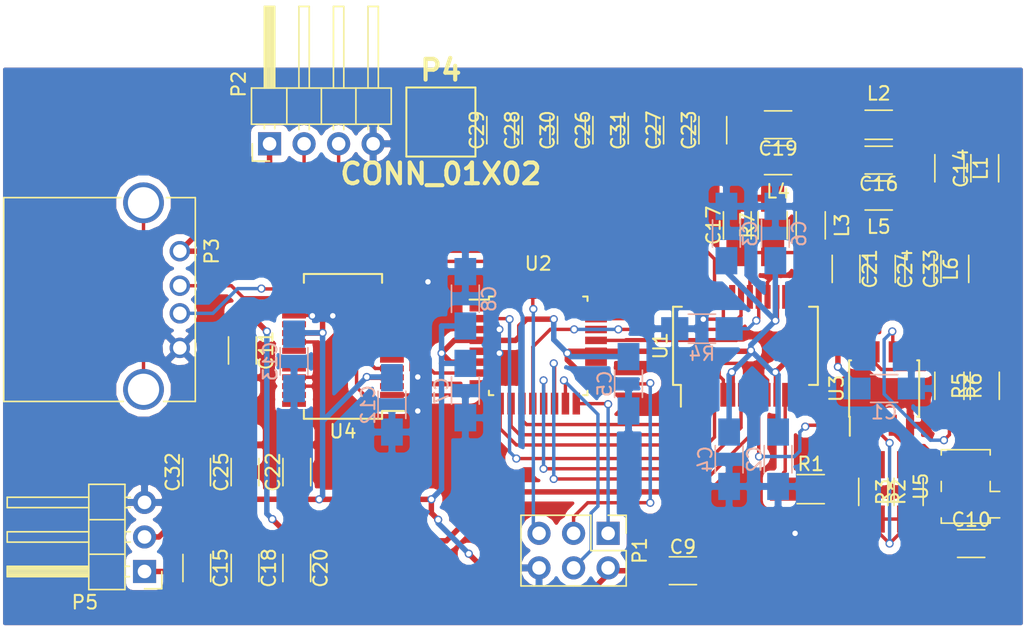
<source format=kicad_pcb>
(kicad_pcb (version 4) (host pcbnew 4.0.5+dfsg1-4)
  (layers (0 F.Cu signal) (31 B.Cu signal) (34 B.Paste user) (35 F.Paste user) (36 B.SilkS user) (37 F.SilkS user) (38 B.Mask user) (39 F.Mask user) (44 Edge.Cuts user))
  (net 0 "")
  (net 1 +5V)
  (net 2 GND)
  (net 3 +3V3)
  (net 4 HICLK)
  (net 5 "Net-(C16-Pad1)")
  (net 6 DACOUT)
  (net 7 "Net-(C19-Pad1)")
  (net 8 "Net-(C21-Pad1)")
  (net 9 "Net-(C23-Pad1)")
  (net 10 "Net-(C24-Pad1)")
  (net 11 "Net-(C26-Pad2)")
  (net 12 LOWCLK)
  (net 13 ISP_MISO)
  (net 14 ISP_SCK)
  (net 15 ISP_MOSI)
  (net 16 ISP_REST)
  (net 17 ALG_SCL)
  (net 18 ALG_SDA)
  (net 19 "Net-(P3-Pad3)")
  (net 20 "Net-(P3-Pad2)")
  (net 21 "Net-(P3-Pad5)")
  (net 22 "Net-(R1-Pad1)")
  (net 23 REFCLK)
  (net 24 "Net-(R2-Pad2)")
  (net 25 "Net-(R4-Pad2)")
  (net 26 "Net-(R5-Pad1)")
  (net 27 DDS_D3)
  (net 28 DDS_D2)
  (net 29 DDS_D1)
  (net 30 DDS_D0)
  (net 31 DDS_CLK)
  (net 32 DDS_FQ_UD)
  (net 33 "Net-(U1-Pad13)")
  (net 34 "Net-(U1-Pad14)")
  (net 35 "Net-(U1-Pad15)")
  (net 36 "Net-(U1-Pad16)")
  (net 37 "Net-(U1-Pad17)")
  (net 38 DDS_REST)
  (net 39 DDS_D7)
  (net 40 DDS_D6)
  (net 41 DDS_D5)
  (net 42 DDS_D4)
  (net 43 "Net-(U2-Pad1)")
  (net 44 USB_CTS)
  (net 45 USB_DTR)
  (net 46 "Net-(U2-Pad19)")
  (net 47 "Net-(U2-Pad22)")
  (net 48 USB_TX)
  (net 49 USB_RX)
  (net 50 "Net-(U2-Pad32)")
  (net 51 RAWCLK)
  (net 52 "Net-(U4-Pad3)")
  (net 53 "Net-(U4-Pad6)")
  (net 54 "Net-(U4-Pad8)")
  (net 55 "Net-(U4-Pad9)")
  (net 56 "Net-(U4-Pad10)")
  (net 57 "Net-(U4-Pad12)")
  (net 58 "Net-(U4-Pad13)")
  (net 59 "Net-(U4-Pad14)")
  (net 60 "Net-(U4-Pad19)")
  (net 61 "Net-(U4-Pad22)")
  (net 62 "Net-(U4-Pad23)")
  (net 63 "Net-(U4-Pad24)")
  (net 64 "Net-(U4-Pad27)")
  (net 65 "Net-(U4-Pad28)")
  (net 66 "Net-(U5-Pad1)")
  (module Housings_QFP:TQFP-32_7x7mm_Pitch0.8mm (layer F.Cu) (at 158.61 102.71)
    (fp_text reference U2 (at 0 -6.05) (layer F.SilkS))
    (fp_text value ATMEGA328P)
    (pad 1 smd rect (at -4.25 -2.8) (size 1.6 0.55) (layers F.Cu F.Paste F.Mask) (net 43 "Net-(U2-Pad1)"))
    (pad 2 smd rect (at -4.25 -2) (size 1.6 0.55) (layers F.Cu F.Paste F.Mask) (net 30 DDS_D0))
    (pad 3 smd rect (at -4.25 -1.2) (size 1.6 0.55) (layers F.Cu F.Paste F.Mask) (net 2 GND))
    (pad 4 smd rect (at -4.25 -0.4) (size 1.6 0.55) (layers F.Cu F.Paste F.Mask) (net 1 +5V))
    (pad 5 smd rect (at -4.25 0.4) (size 1.6 0.55) (layers F.Cu F.Paste F.Mask) (net 2 GND))
    (pad 6 smd rect (at -4.25 1.2) (size 1.6 0.55) (layers F.Cu F.Paste F.Mask) (net 1 +5V))
    (pad 7 smd rect (at -4.25 2) (size 1.6 0.55) (layers F.Cu F.Paste F.Mask) (net 44 USB_CTS))
    (pad 8 smd rect (at -4.25 2.8) (size 1.6 0.55) (layers F.Cu F.Paste F.Mask) (net 45 USB_DTR))
    (pad 9 smd rect (at -2.8 4.25 90) (size 1.6 0.55) (layers F.Cu F.Paste F.Mask) (net 29 DDS_D1))
    (pad 10 smd rect (at -2 4.25 90) (size 1.6 0.55) (layers F.Cu F.Paste F.Mask) (net 28 DDS_D2))
    (pad 11 smd rect (at -1.2 4.25 90) (size 1.6 0.55) (layers F.Cu F.Paste F.Mask) (net 27 DDS_D3))
    (pad 12 smd rect (at -0.4 4.25 90) (size 1.6 0.55) (layers F.Cu F.Paste F.Mask) (net 38 DDS_REST))
    (pad 13 smd rect (at 0.4 4.25 90) (size 1.6 0.55) (layers F.Cu F.Paste F.Mask) (net 31 DDS_CLK))
    (pad 14 smd rect (at 1.2 4.25 90) (size 1.6 0.55) (layers F.Cu F.Paste F.Mask) (net 32 DDS_FQ_UD))
    (pad 15 smd rect (at 2 4.25 90) (size 1.6 0.55) (layers F.Cu F.Paste F.Mask) (net 15 ISP_MOSI))
    (pad 16 smd rect (at 2.8 4.25 90) (size 1.6 0.55) (layers F.Cu F.Paste F.Mask) (net 13 ISP_MISO))
    (pad 17 smd rect (at 4.25 2.8) (size 1.6 0.55) (layers F.Cu F.Paste F.Mask) (net 14 ISP_SCK))
    (pad 18 smd rect (at 4.25 2) (size 1.6 0.55) (layers F.Cu F.Paste F.Mask) (net 1 +5V))
    (pad 19 smd rect (at 4.25 1.2) (size 1.6 0.55) (layers F.Cu F.Paste F.Mask) (net 46 "Net-(U2-Pad19)"))
    (pad 20 smd rect (at 4.25 0.4) (size 1.6 0.55) (layers F.Cu F.Paste F.Mask) (net 1 +5V))
    (pad 21 smd rect (at 4.25 -0.4) (size 1.6 0.55) (layers F.Cu F.Paste F.Mask) (net 2 GND))
    (pad 22 smd rect (at 4.25 -1.2) (size 1.6 0.55) (layers F.Cu F.Paste F.Mask) (net 47 "Net-(U2-Pad22)"))
    (pad 23 smd rect (at 4.25 -2) (size 1.6 0.55) (layers F.Cu F.Paste F.Mask) (net 42 DDS_D4))
    (pad 24 smd rect (at 4.25 -2.8) (size 1.6 0.55) (layers F.Cu F.Paste F.Mask) (net 41 DDS_D5))
    (pad 25 smd rect (at 2.8 -4.25 90) (size 1.6 0.55) (layers F.Cu F.Paste F.Mask) (net 40 DDS_D6))
    (pad 26 smd rect (at 2 -4.25 90) (size 1.6 0.55) (layers F.Cu F.Paste F.Mask) (net 39 DDS_D7))
    (pad 27 smd rect (at 1.2 -4.25 90) (size 1.6 0.55) (layers F.Cu F.Paste F.Mask) (net 18 ALG_SDA))
    (pad 28 smd rect (at 0.4 -4.25 90) (size 1.6 0.55) (layers F.Cu F.Paste F.Mask) (net 17 ALG_SCL))
    (pad 29 smd rect (at -0.4 -4.25 90) (size 1.6 0.55) (layers F.Cu F.Paste F.Mask) (net 16 ISP_REST))
    (pad 30 smd rect (at -1.2 -4.25 90) (size 1.6 0.55) (layers F.Cu F.Paste F.Mask) (net 48 USB_TX))
    (pad 31 smd rect (at -2 -4.25 90) (size 1.6 0.55) (layers F.Cu F.Paste F.Mask) (net 49 USB_RX))
    (pad 32 smd rect (at -2.8 -4.25 90) (size 1.6 0.55) (layers F.Cu F.Paste F.Mask) (net 50 "Net-(U2-Pad32)"))
  )
  (module Capacitors_SMD:C_1206_HandSoldering (layer F.Cu) (at 133.5 119.05 270)
    (fp_text reference C15 (at 0 -1.75 270) (layer F.SilkS))
    (fp_text value C)
    (pad 1 smd rect (at -2 0 270) (size 2 1.6) (layers F.Cu F.Paste F.Mask) (net 3 +3V3))
    (pad 2 smd rect (at 2 0 270) (size 2 1.6) (layers F.Cu F.Paste F.Mask) (net 2 GND))
  )
  (module Housings_SSOP:SSOP-28_5.3x10.2mm_Pitch0.65mm (layer F.Cu) (at 173.85 102.71 90)
    (fp_text reference U1 (at 0 -6.25 90) (layer F.SilkS))
    (fp_text value AD9851)
    (pad 1 smd rect (at -3.6 -4.225 90) (size 1.75 0.45) (layers F.Cu F.Paste F.Mask) (net 27 DDS_D3))
    (pad 2 smd rect (at -3.6 -3.575 90) (size 1.75 0.45) (layers F.Cu F.Paste F.Mask) (net 28 DDS_D2))
    (pad 3 smd rect (at -3.6 -2.925 90) (size 1.75 0.45) (layers F.Cu F.Paste F.Mask) (net 29 DDS_D1))
    (pad 4 smd rect (at -3.6 -2.275 90) (size 1.75 0.45) (layers F.Cu F.Paste F.Mask) (net 30 DDS_D0))
    (pad 5 smd rect (at -3.6 -1.625 90) (size 1.75 0.45) (layers F.Cu F.Paste F.Mask) (net 2 GND))
    (pad 6 smd rect (at -3.6 -0.975 90) (size 1.75 0.45) (layers F.Cu F.Paste F.Mask) (net 1 +5V))
    (pad 7 smd rect (at -3.6 -0.325 90) (size 1.75 0.45) (layers F.Cu F.Paste F.Mask) (net 31 DDS_CLK))
    (pad 8 smd rect (at -3.6 0.325 90) (size 1.75 0.45) (layers F.Cu F.Paste F.Mask) (net 32 DDS_FQ_UD))
    (pad 9 smd rect (at -3.6 0.975 90) (size 1.75 0.45) (layers F.Cu F.Paste F.Mask) (net 23 REFCLK))
    (pad 10 smd rect (at -3.6 1.625 90) (size 1.75 0.45) (layers F.Cu F.Paste F.Mask) (net 2 GND))
    (pad 11 smd rect (at -3.6 2.275 90) (size 1.75 0.45) (layers F.Cu F.Paste F.Mask) (net 1 +5V))
    (pad 12 smd rect (at -3.6 2.925 90) (size 1.75 0.45) (layers F.Cu F.Paste F.Mask) (net 22 "Net-(R1-Pad1)"))
    (pad 13 smd rect (at -3.6 3.575 90) (size 1.75 0.45) (layers F.Cu F.Paste F.Mask) (net 33 "Net-(U1-Pad13)"))
    (pad 14 smd rect (at -3.6 4.225 90) (size 1.75 0.45) (layers F.Cu F.Paste F.Mask) (net 34 "Net-(U1-Pad14)"))
    (pad 15 smd rect (at 3.6 4.225 90) (size 1.75 0.45) (layers F.Cu F.Paste F.Mask) (net 35 "Net-(U1-Pad15)"))
    (pad 16 smd rect (at 3.6 3.575 90) (size 1.75 0.45) (layers F.Cu F.Paste F.Mask) (net 36 "Net-(U1-Pad16)"))
    (pad 17 smd rect (at 3.6 2.925 90) (size 1.75 0.45) (layers F.Cu F.Paste F.Mask) (net 37 "Net-(U1-Pad17)"))
    (pad 18 smd rect (at 3.6 2.275 90) (size 1.75 0.45) (layers F.Cu F.Paste F.Mask) (net 1 +5V))
    (pad 19 smd rect (at 3.6 1.625 90) (size 1.75 0.45) (layers F.Cu F.Paste F.Mask) (net 2 GND))
    (pad 20 smd rect (at 3.6 0.975 90) (size 1.75 0.45) (layers F.Cu F.Paste F.Mask) (net 25 "Net-(R4-Pad2)"))
    (pad 21 smd rect (at 3.6 0.325 90) (size 1.75 0.45) (layers F.Cu F.Paste F.Mask) (net 6 DACOUT))
    (pad 22 smd rect (at 3.6 -0.325 90) (size 1.75 0.45) (layers F.Cu F.Paste F.Mask) (net 38 DDS_REST))
    (pad 23 smd rect (at 3.6 -0.975 90) (size 1.75 0.45) (layers F.Cu F.Paste F.Mask) (net 2 GND))
    (pad 24 smd rect (at 3.6 -1.625 90) (size 1.75 0.45) (layers F.Cu F.Paste F.Mask) (net 2 GND))
    (pad 25 smd rect (at 3.6 -2.275 90) (size 1.75 0.45) (layers F.Cu F.Paste F.Mask) (net 39 DDS_D7))
    (pad 26 smd rect (at 3.6 -2.925 90) (size 1.75 0.45) (layers F.Cu F.Paste F.Mask) (net 40 DDS_D6))
    (pad 27 smd rect (at 3.6 -3.575 90) (size 1.75 0.45) (layers F.Cu F.Paste F.Mask) (net 41 DDS_D5))
    (pad 28 smd rect (at 3.6 -4.225 90) (size 1.75 0.45) (layers F.Cu F.Paste F.Mask) (net 42 DDS_D4))
  )
  (module Capacitors_SMD:C_1206_HandSoldering (layer B.Cu) (at 184.05 105.85)
    (fp_text reference C1 (at 0 1.75) (layer B.SilkS) (effects (justify mirror)))
    (fp_text value C)
    (pad 1 smd rect (at -2 0) (size 2 1.6) (layers B.Cu B.Paste B.Mask) (net 1 +5V))
    (pad 2 smd rect (at 2 0) (size 2 1.6) (layers B.Cu B.Paste B.Mask) (net 2 GND))
  )
  (module Capacitors_SMD:C_1206_HandSoldering (layer B.Cu) (at 176.25 111.05 270)
    (fp_text reference C2 (at 0 1.75 270) (layer B.SilkS) (effects (justify mirror)))
    (fp_text value C)
    (pad 1 smd rect (at -2 0 270) (size 2 1.6) (layers B.Cu B.Paste B.Mask) (net 1 +5V))
    (pad 2 smd rect (at 2 0 270) (size 2 1.6) (layers B.Cu B.Paste B.Mask) (net 2 GND))
  )
  (module Capacitors_SMD:C_1206_HandSoldering (layer B.Cu) (at 172.45 94.45 90)
    (fp_text reference C3 (at 0 1.75 90) (layer B.SilkS) (effects (justify mirror)))
    (fp_text value C)
    (pad 1 smd rect (at -2 0 90) (size 2 1.6) (layers B.Cu B.Paste B.Mask) (net 1 +5V))
    (pad 2 smd rect (at 2 0 90) (size 2 1.6) (layers B.Cu B.Paste B.Mask) (net 2 GND))
  )
  (module Capacitors_SMD:C_1206_HandSoldering (layer B.Cu) (at 172.65 111.05 270)
    (fp_text reference C4 (at 0 1.75 270) (layer B.SilkS) (effects (justify mirror)))
    (fp_text value C)
    (pad 1 smd rect (at -2 0 270) (size 2 1.6) (layers B.Cu B.Paste B.Mask) (net 1 +5V))
    (pad 2 smd rect (at 2 0 270) (size 2 1.6) (layers B.Cu B.Paste B.Mask) (net 2 GND))
  )
  (module Capacitors_SMD:C_1206_HandSoldering (layer B.Cu) (at 165.25 105.5 270)
    (fp_text reference C5 (at 0 1.75 270) (layer B.SilkS) (effects (justify mirror)))
    (fp_text value C)
    (pad 1 smd rect (at -2 0 270) (size 2 1.6) (layers B.Cu B.Paste B.Mask) (net 1 +5V))
    (pad 2 smd rect (at 2 0 270) (size 2 1.6) (layers B.Cu B.Paste B.Mask) (net 2 GND))
  )
  (module Capacitors_SMD:C_1206_HandSoldering (layer B.Cu) (at 176.05 94.45 90)
    (fp_text reference C6 (at 0 1.75 90) (layer B.SilkS) (effects (justify mirror)))
    (fp_text value C)
    (pad 1 smd rect (at -2 0 90) (size 2 1.6) (layers B.Cu B.Paste B.Mask) (net 1 +5V))
    (pad 2 smd rect (at 2 0 90) (size 2 1.6) (layers B.Cu B.Paste B.Mask) (net 2 GND))
  )
  (module Capacitors_SMD:C_1206_HandSoldering (layer B.Cu) (at 153.25 106 270)
    (fp_text reference C7 (at 0 1.75 270) (layer B.SilkS) (effects (justify mirror)))
    (fp_text value C)
    (pad 1 smd rect (at -2 0 270) (size 2 1.6) (layers B.Cu B.Paste B.Mask) (net 1 +5V))
    (pad 2 smd rect (at 2 0 270) (size 2 1.6) (layers B.Cu B.Paste B.Mask) (net 2 GND))
  )
  (module Capacitors_SMD:C_1206_HandSoldering (layer B.Cu) (at 153.25 99.25 90)
    (fp_text reference C8 (at 0 1.75 90) (layer B.SilkS) (effects (justify mirror)))
    (fp_text value C)
    (pad 1 smd rect (at -2 0 90) (size 2 1.6) (layers B.Cu B.Paste B.Mask) (net 1 +5V))
    (pad 2 smd rect (at 2 0 90) (size 2 1.6) (layers B.Cu B.Paste B.Mask) (net 2 GND))
  )
  (module Capacitors_SMD:C_1206_HandSoldering (layer F.Cu) (at 169.25 119.25)
    (fp_text reference C9 (at 0 -1.75) (layer F.SilkS))
    (fp_text value C)
    (pad 1 smd rect (at -2 0) (size 2 1.6) (layers F.Cu F.Paste F.Mask) (net 1 +5V))
    (pad 2 smd rect (at 2 0) (size 2 1.6) (layers F.Cu F.Paste F.Mask) (net 2 GND))
  )
  (module Capacitors_SMD:C_1206_HandSoldering (layer F.Cu) (at 190.45 117.25)
    (fp_text reference C10 (at 0 -1.75) (layer F.SilkS))
    (fp_text value C)
    (pad 1 smd rect (at -2 0) (size 2 1.6) (layers F.Cu F.Paste F.Mask) (net 3 +3V3))
    (pad 2 smd rect (at 2 0) (size 2 1.6) (layers F.Cu F.Paste F.Mask) (net 2 GND))
  )
  (module Capacitors_SMD:C_1206_HandSoldering (layer F.Cu) (at 136.85 103.05 270)
    (fp_text reference C11 (at 0 -1.75 270) (layer F.SilkS))
    (fp_text value C)
    (pad 1 smd rect (at -2 0 270) (size 2 1.6) (layers F.Cu F.Paste F.Mask) (net 3 +3V3))
    (pad 2 smd rect (at 2 0 270) (size 2 1.6) (layers F.Cu F.Paste F.Mask) (net 2 GND))
  )
  (module Capacitors_SMD:C_1206_HandSoldering (layer B.Cu) (at 147.85 107.05 270)
    (fp_text reference C12 (at 0 1.75 270) (layer B.SilkS) (effects (justify mirror)))
    (fp_text value C)
    (pad 1 smd rect (at -2 0 270) (size 2 1.6) (layers B.Cu B.Paste B.Mask) (net 1 +5V))
    (pad 2 smd rect (at 2 0 270) (size 2 1.6) (layers B.Cu B.Paste B.Mask) (net 2 GND))
  )
  (module Capacitors_SMD:C_1206_HandSoldering (layer B.Cu) (at 140.65 103.85 270)
    (fp_text reference C13 (at 0 1.75 270) (layer B.SilkS) (effects (justify mirror)))
    (fp_text value C)
    (pad 1 smd rect (at -2 0 270) (size 2 1.6) (layers B.Cu B.Paste B.Mask) (net 1 +5V))
    (pad 2 smd rect (at 2 0 270) (size 2 1.6) (layers B.Cu B.Paste B.Mask) (net 2 GND))
  )
  (module Capacitors_SMD:C_1206_HandSoldering (layer F.Cu) (at 191.45 89.65 90)
    (fp_text reference C14 (at 0 -1.75 90) (layer F.SilkS))
    (fp_text value C)
    (pad 1 smd rect (at -2 0 90) (size 2 1.6) (layers F.Cu F.Paste F.Mask) (net 4 HICLK))
    (pad 2 smd rect (at 2 0 90) (size 2 1.6) (layers F.Cu F.Paste F.Mask) (net 2 GND))
  )
  (module Capacitors_SMD:C_1206_HandSoldering (layer F.Cu) (at 183.65 89.05 180)
    (fp_text reference C16 (at 0 -1.75 180) (layer F.SilkS))
    (fp_text value C)
    (pad 1 smd rect (at -2 0 180) (size 2 1.6) (layers F.Cu F.Paste F.Mask) (net 5 "Net-(C16-Pad1)"))
    (pad 2 smd rect (at 2 0 180) (size 2 1.6) (layers F.Cu F.Paste F.Mask) (net 2 GND))
  )
  (module Capacitors_SMD:C_1206_HandSoldering (layer F.Cu) (at 173.25 93.85 90)
    (fp_text reference C17 (at 0 -1.75 90) (layer F.SilkS))
    (fp_text value C)
    (pad 1 smd rect (at -2 0 90) (size 2 1.6) (layers F.Cu F.Paste F.Mask) (net 6 DACOUT))
    (pad 2 smd rect (at 2 0 90) (size 2 1.6) (layers F.Cu F.Paste F.Mask) (net 2 GND))
  )
  (module Capacitors_SMD:C_1206_HandSoldering (layer F.Cu) (at 137.05 119.05 270)
    (fp_text reference C18 (at 0 -1.75 270) (layer F.SilkS))
    (fp_text value C)
    (pad 1 smd rect (at -2 0 270) (size 2 1.6) (layers F.Cu F.Paste F.Mask) (net 3 +3V3))
    (pad 2 smd rect (at 2 0 270) (size 2 1.6) (layers F.Cu F.Paste F.Mask) (net 2 GND))
  )
  (module Capacitors_SMD:C_1206_HandSoldering (layer F.Cu) (at 176.25 86.45 180)
    (fp_text reference C19 (at 0 -1.75 180) (layer F.SilkS))
    (fp_text value C)
    (pad 1 smd rect (at -2 0 180) (size 2 1.6) (layers F.Cu F.Paste F.Mask) (net 7 "Net-(C19-Pad1)"))
    (pad 2 smd rect (at 2 0 180) (size 2 1.6) (layers F.Cu F.Paste F.Mask) (net 2 GND))
  )
  (module Capacitors_SMD:C_1206_HandSoldering (layer F.Cu) (at 140.85 119.05 270)
    (fp_text reference C20 (at 0 -1.75 270) (layer F.SilkS))
    (fp_text value C)
    (pad 1 smd rect (at -2 0 270) (size 2 1.6) (layers F.Cu F.Paste F.Mask) (net 3 +3V3))
    (pad 2 smd rect (at 2 0 270) (size 2 1.6) (layers F.Cu F.Paste F.Mask) (net 2 GND))
  )
  (module Capacitors_SMD:C_1206_HandSoldering (layer F.Cu) (at 181.25 97.05 270)
    (fp_text reference C21 (at 0 -1.75 270) (layer F.SilkS))
    (fp_text value C)
    (pad 1 smd rect (at -2 0 270) (size 2 1.6) (layers F.Cu F.Paste F.Mask) (net 8 "Net-(C21-Pad1)"))
    (pad 2 smd rect (at 2 0 270) (size 2 1.6) (layers F.Cu F.Paste F.Mask) (net 2 GND))
  )
  (module Capacitors_SMD:C_1206_HandSoldering (layer F.Cu) (at 140.855 111.995 90)
    (fp_text reference C22 (at 0 -1.75 90) (layer F.SilkS))
    (fp_text value C)
    (pad 1 smd rect (at -2 0 90) (size 2 1.6) (layers F.Cu F.Paste F.Mask) (net 1 +5V))
    (pad 2 smd rect (at 2 0 90) (size 2 1.6) (layers F.Cu F.Paste F.Mask) (net 2 GND))
  )
  (module Capacitors_SMD:C_1206_HandSoldering (layer F.Cu) (at 171.45 86.85 90)
    (fp_text reference C23 (at 0 -1.75 90) (layer F.SilkS))
    (fp_text value C)
    (pad 1 smd rect (at -2 0 90) (size 2 1.6) (layers F.Cu F.Paste F.Mask) (net 9 "Net-(C23-Pad1)"))
    (pad 2 smd rect (at 2 0 90) (size 2 1.6) (layers F.Cu F.Paste F.Mask) (net 2 GND))
  )
  (module Capacitors_SMD:C_1206_HandSoldering (layer F.Cu) (at 183.85 97.05 270)
    (fp_text reference C24 (at 0 -1.75 270) (layer F.SilkS))
    (fp_text value C)
    (pad 1 smd rect (at -2 0 270) (size 2 1.6) (layers F.Cu F.Paste F.Mask) (net 10 "Net-(C24-Pad1)"))
    (pad 2 smd rect (at 2 0 270) (size 2 1.6) (layers F.Cu F.Paste F.Mask) (net 2 GND))
  )
  (module Capacitors_SMD:C_1206_HandSoldering (layer F.Cu) (at 137.045 111.995 90)
    (fp_text reference C25 (at 0 -1.75 90) (layer F.SilkS))
    (fp_text value C)
    (pad 1 smd rect (at -2 0 90) (size 2 1.6) (layers F.Cu F.Paste F.Mask) (net 1 +5V))
    (pad 2 smd rect (at 2 0 90) (size 2 1.6) (layers F.Cu F.Paste F.Mask) (net 2 GND))
  )
  (module Capacitors_SMD:C_1206_HandSoldering (layer F.Cu) (at 163.65 86.85 90)
    (fp_text reference C26 (at 0 -1.75 90) (layer F.SilkS))
    (fp_text value C)
    (pad 1 smd rect (at -2 0 90) (size 2 1.6) (layers F.Cu F.Paste F.Mask) (net 9 "Net-(C23-Pad1)"))
    (pad 2 smd rect (at 2 0 90) (size 2 1.6) (layers F.Cu F.Paste F.Mask) (net 11 "Net-(C26-Pad2)"))
  )
  (module Capacitors_SMD:C_1206_HandSoldering (layer F.Cu) (at 168.85 86.85 90)
    (fp_text reference C27 (at 0 -1.75 90) (layer F.SilkS))
    (fp_text value C)
    (pad 1 smd rect (at -2 0 90) (size 2 1.6) (layers F.Cu F.Paste F.Mask) (net 9 "Net-(C23-Pad1)"))
    (pad 2 smd rect (at 2 0 90) (size 2 1.6) (layers F.Cu F.Paste F.Mask) (net 11 "Net-(C26-Pad2)"))
  )
  (module Capacitors_SMD:C_1206_HandSoldering (layer F.Cu) (at 158.45 86.85 90)
    (fp_text reference C28 (at 0 -1.75 90) (layer F.SilkS))
    (fp_text value C)
    (pad 1 smd rect (at -2 0 90) (size 2 1.6) (layers F.Cu F.Paste F.Mask) (net 9 "Net-(C23-Pad1)"))
    (pad 2 smd rect (at 2 0 90) (size 2 1.6) (layers F.Cu F.Paste F.Mask) (net 11 "Net-(C26-Pad2)"))
  )
  (module Capacitors_SMD:C_1206_HandSoldering (layer F.Cu) (at 155.85 86.85 90)
    (fp_text reference C29 (at 0 -1.75 90) (layer F.SilkS))
    (fp_text value C)
    (pad 1 smd rect (at -2 0 90) (size 2 1.6) (layers F.Cu F.Paste F.Mask) (net 9 "Net-(C23-Pad1)"))
    (pad 2 smd rect (at 2 0 90) (size 2 1.6) (layers F.Cu F.Paste F.Mask) (net 11 "Net-(C26-Pad2)"))
  )
  (module Capacitors_SMD:C_1206_HandSoldering (layer F.Cu) (at 161.05 86.85 90)
    (fp_text reference C30 (at 0 -1.75 90) (layer F.SilkS))
    (fp_text value C)
    (pad 1 smd rect (at -2 0 90) (size 2 1.6) (layers F.Cu F.Paste F.Mask) (net 9 "Net-(C23-Pad1)"))
    (pad 2 smd rect (at 2 0 90) (size 2 1.6) (layers F.Cu F.Paste F.Mask) (net 11 "Net-(C26-Pad2)"))
  )
  (module Capacitors_SMD:C_1206_HandSoldering (layer F.Cu) (at 166.25 86.85 90)
    (fp_text reference C31 (at 0 -1.75 90) (layer F.SilkS))
    (fp_text value C)
    (pad 1 smd rect (at -2 0 90) (size 2 1.6) (layers F.Cu F.Paste F.Mask) (net 9 "Net-(C23-Pad1)"))
    (pad 2 smd rect (at 2 0 90) (size 2 1.6) (layers F.Cu F.Paste F.Mask) (net 11 "Net-(C26-Pad2)"))
  )
  (module Capacitors_SMD:C_1206_HandSoldering (layer F.Cu) (at 133.485 111.995 90)
    (fp_text reference C32 (at 0 -1.75 90) (layer F.SilkS))
    (fp_text value C)
    (pad 1 smd rect (at -2 0 90) (size 2 1.6) (layers F.Cu F.Paste F.Mask) (net 1 +5V))
    (pad 2 smd rect (at 2 0 90) (size 2 1.6) (layers F.Cu F.Paste F.Mask) (net 2 GND))
  )
  (module Capacitors_SMD:C_1206_HandSoldering (layer F.Cu) (at 189.25 97.05 90)
    (fp_text reference C33 (at 0 -1.75 90) (layer F.SilkS))
    (fp_text value C)
    (pad 1 smd rect (at -2 0 90) (size 2 1.6) (layers F.Cu F.Paste F.Mask) (net 12 LOWCLK))
    (pad 2 smd rect (at 2 0 90) (size 2 1.6) (layers F.Cu F.Paste F.Mask) (net 2 GND))
  )
  (module Inductors_SMD:L_1206_Handsoldering (layer F.Cu) (at 188.85 89.65 270)
    (fp_text reference L1 (at 0 -2.3 270) (layer F.SilkS))
    (fp_text value L)
    (pad 1 smd rect (at -2 0 270) (size 2 1.7) (layers F.Cu F.Paste F.Mask) (net 5 "Net-(C16-Pad1)"))
    (pad 2 smd rect (at 2 0 270) (size 2 1.7) (layers F.Cu F.Paste F.Mask) (net 4 HICLK))
  )
  (module Inductors_SMD:L_1206_Handsoldering (layer F.Cu) (at 183.65 86.45)
    (fp_text reference L2 (at 0 -2.3) (layer F.SilkS))
    (fp_text value L)
    (pad 1 smd rect (at -2 0) (size 2 1.7) (layers F.Cu F.Paste F.Mask) (net 7 "Net-(C19-Pad1)"))
    (pad 2 smd rect (at 2 0) (size 2 1.7) (layers F.Cu F.Paste F.Mask) (net 5 "Net-(C16-Pad1)"))
  )
  (module Inductors_SMD:L_1206_Handsoldering (layer F.Cu) (at 178.65 93.85 270)
    (fp_text reference L3 (at 0 -2.3 270) (layer F.SilkS))
    (fp_text value L)
    (pad 1 smd rect (at -2 0 270) (size 2 1.7) (layers F.Cu F.Paste F.Mask) (net 8 "Net-(C21-Pad1)"))
    (pad 2 smd rect (at 2 0 270) (size 2 1.7) (layers F.Cu F.Paste F.Mask) (net 6 DACOUT))
  )
  (module Inductors_SMD:L_1206_Handsoldering (layer F.Cu) (at 176.25 89.05 180)
    (fp_text reference L4 (at 0 -2.3 180) (layer F.SilkS))
    (fp_text value L)
    (pad 1 smd rect (at -2 0 180) (size 2 1.7) (layers F.Cu F.Paste F.Mask) (net 7 "Net-(C19-Pad1)"))
    (pad 2 smd rect (at 2 0 180) (size 2 1.7) (layers F.Cu F.Paste F.Mask) (net 9 "Net-(C23-Pad1)"))
  )
  (module Inductors_SMD:L_1206_Handsoldering (layer F.Cu) (at 183.65 91.65 180)
    (fp_text reference L5 (at 0 -2.3 180) (layer F.SilkS))
    (fp_text value L)
    (pad 1 smd rect (at -2 0 180) (size 2 1.7) (layers F.Cu F.Paste F.Mask) (net 10 "Net-(C24-Pad1)"))
    (pad 2 smd rect (at 2 0 180) (size 2 1.7) (layers F.Cu F.Paste F.Mask) (net 8 "Net-(C21-Pad1)"))
  )
  (module Inductors_SMD:L_1206_Handsoldering (layer F.Cu) (at 186.65 97.05 270)
    (fp_text reference L6 (at 0 -2.3 270) (layer F.SilkS))
    (fp_text value L)
    (pad 1 smd rect (at -2 0 270) (size 2 1.7) (layers F.Cu F.Paste F.Mask) (net 10 "Net-(C24-Pad1)"))
    (pad 2 smd rect (at 2 0 270) (size 2 1.7) (layers F.Cu F.Paste F.Mask) (net 12 LOWCLK))
  )
  (module Pin_Headers:Pin_Header_Angled_1x04_Pitch2.54mm (layer F.Cu) (at 138.85 87.85 90)
    (fp_text reference P2 (at 4.385 -2.27 90) (layer F.SilkS))
    (fp_text value CONN_01X04)
    (pad 1 thru_hole rect (at 0 0 90) (size 1.7 1.7) (drill 1) (layers *.Cu *.Mask) (net 1 +5V))
    (pad 2 thru_hole oval (at 0 2.54 90) (size 1.7 1.7) (drill 1) (layers *.Cu *.Mask) (net 17 ALG_SCL))
    (pad 3 thru_hole oval (at 0 5.08 90) (size 1.7 1.7) (drill 1) (layers *.Cu *.Mask) (net 18 ALG_SDA))
    (pad 4 thru_hole oval (at 0 7.62 90) (size 1.7 1.7) (drill 1) (layers *.Cu *.Mask) (net 2 GND))
  )
  (module Connectors:USB_A (layer F.Cu) (at 132.25 95.75 270)
    (fp_text reference P3 (at 0 -2.35 270) (layer F.SilkS))
    (fp_text value USB_A)
    (pad 4 thru_hole circle (at 7.11 0 180) (size 1.5 1.5) (drill 1) (layers *.Cu *.Mask) (net 2 GND))
    (pad 3 thru_hole circle (at 4.57 0 180) (size 1.5 1.5) (drill 1) (layers *.Cu *.Mask) (net 19 "Net-(P3-Pad3)"))
    (pad 2 thru_hole circle (at 2.54 0 180) (size 1.5 1.5) (drill 1) (layers *.Cu *.Mask) (net 20 "Net-(P3-Pad2)"))
    (pad 1 thru_hole circle (at 0 0 180) (size 1.5 1.5) (drill 1) (layers *.Cu *.Mask) (net 1 +5V))
    (pad 5 thru_hole circle (at 10.16 2.67 180) (size 3 3) (drill 2.3) (layers *.Cu *.Mask) (net 21 "Net-(P3-Pad5)"))
    (pad 5 thru_hole circle (at -3.56 2.67 180) (size 3 3) (drill 2.3) (layers *.Cu *.Mask) (net 21 "Net-(P3-Pad5)"))
  )
  (module footprints:UMC (layer F.Cu) (at 151.45 86.25 180)
    (fp_text reference P4 (at 0 3.81 180) (layer F.SilkS) (effects (font (thickness 0.3048))))
    (fp_text value CONN_01X02 (at 0 -3.81 180) (layer F.SilkS) (effects (font (thickness 0.3048))))
    (pad 2 smd rect (at -1.5367 0 180) (size 1.0414 0.9906) (layers F.Cu F.Mask) (net 11 "Net-(C26-Pad2)"))
    (pad 1 smd rect (at 0 1.4732 180) (size 2.2098 1.0414) (layers F.Cu F.Mask) (net 2 GND))
    (pad 2 smd rect (at 1.5113 0 180) (size 1.0414 0.9906) (layers F.Cu F.Mask) (net 11 "Net-(C26-Pad2)"))
    (pad 1 smd rect (at 0 -1.4732 180) (size 2.2098 1.0414) (layers F.Cu F.Mask) (net 2 GND))
  )
  (module Pin_Headers:Pin_Header_Angled_1x03_Pitch2.54mm (layer F.Cu) (at 129.655 119.305 180)
    (fp_text reference P5 (at 4.385 -2.27 180) (layer F.SilkS))
    (fp_text value CONN_01X03)
    (pad 1 thru_hole rect (at 0 0 180) (size 1.7 1.7) (drill 1) (layers *.Cu *.Mask) (net 3 +3V3))
    (pad 2 thru_hole oval (at 0 2.54 180) (size 1.7 1.7) (drill 1) (layers *.Cu *.Mask) (net 1 +5V))
    (pad 3 thru_hole oval (at 0 5.08 180) (size 1.7 1.7) (drill 1) (layers *.Cu *.Mask) (net 2 GND))
  )
  (module Resistors_SMD:R_1206_HandSoldering (layer F.Cu) (at 178.65 113.25)
    (fp_text reference R1 (at 0 -1.85) (layer F.SilkS))
    (fp_text value R)
    (pad 1 smd rect (at -2 0) (size 2 1.7) (layers F.Cu F.Paste F.Mask) (net 22 "Net-(R1-Pad1)"))
    (pad 2 smd rect (at 2 0) (size 2 1.7) (layers F.Cu F.Paste F.Mask) (net 2 GND))
  )
  (module Resistors_SMD:R_1206_HandSoldering (layer F.Cu) (at 183.25 113.45 270)
    (fp_text reference R2 (at 0 -1.85 270) (layer F.SilkS))
    (fp_text value R)
    (pad 1 smd rect (at -2 0 270) (size 2 1.7) (layers F.Cu F.Paste F.Mask) (net 23 REFCLK))
    (pad 2 smd rect (at 2 0 270) (size 2 1.7) (layers F.Cu F.Paste F.Mask) (net 24 "Net-(R2-Pad2)"))
  )
  (module Resistors_SMD:R_1206_HandSoldering (layer F.Cu) (at 185.85 113.45 90)
    (fp_text reference R3 (at 0 -1.85 90) (layer F.SilkS))
    (fp_text value R)
    (pad 1 smd rect (at -2 0 90) (size 2 1.7) (layers F.Cu F.Paste F.Mask) (net 24 "Net-(R2-Pad2)"))
    (pad 2 smd rect (at 2 0 90) (size 2 1.7) (layers F.Cu F.Paste F.Mask) (net 2 GND))
  )
  (module Resistors_SMD:R_1206_HandSoldering (layer B.Cu) (at 170.65 101.45)
    (fp_text reference R4 (at 0 1.85) (layer B.SilkS) (effects (justify mirror)))
    (fp_text value R)
    (pad 1 smd rect (at -2 0) (size 2 1.7) (layers B.Cu B.Paste B.Mask) (net 2 GND))
    (pad 2 smd rect (at 2 0) (size 2 1.7) (layers B.Cu B.Paste B.Mask) (net 25 "Net-(R4-Pad2)"))
  )
  (module Resistors_SMD:R_1206_HandSoldering (layer F.Cu) (at 191.45 105.65 90)
    (fp_text reference R5 (at 0 -1.85 90) (layer F.SilkS))
    (fp_text value R)
    (pad 1 smd rect (at -2 0 90) (size 2 1.7) (layers F.Cu F.Paste F.Mask) (net 26 "Net-(R5-Pad1)"))
    (pad 2 smd rect (at 2 0 90) (size 2 1.7) (layers F.Cu F.Paste F.Mask) (net 2 GND))
  )
  (module Resistors_SMD:R_1206_HandSoldering (layer F.Cu) (at 188.85 105.65 270)
    (fp_text reference R6 (at 0 -1.85 270) (layer F.SilkS))
    (fp_text value R)
    (pad 1 smd rect (at -2 0 270) (size 2 1.7) (layers F.Cu F.Paste F.Mask) (net 4 HICLK))
    (pad 2 smd rect (at 2 0 270) (size 2 1.7) (layers F.Cu F.Paste F.Mask) (net 26 "Net-(R5-Pad1)"))
  )
  (module Resistors_SMD:R_1206_HandSoldering (layer F.Cu) (at 175.85 93.85 90)
    (fp_text reference R7 (at 0 -1.85 90) (layer F.SilkS))
    (fp_text value R)
    (pad 1 smd rect (at -2 0 90) (size 2 1.7) (layers F.Cu F.Paste F.Mask) (net 6 DACOUT))
    (pad 2 smd rect (at 2 0 90) (size 2 1.7) (layers F.Cu F.Paste F.Mask) (net 2 GND))
  )
  (module Housings_SOIC:SOIC-8_3.9x4.9mm_Pitch1.27mm (layer F.Cu) (at 184.05 105.85 90)
    (fp_text reference U3 (at 0 -3.5 90) (layer F.SilkS))
    (fp_text value OPA2365)
    (pad 1 smd rect (at -2.7 -1.905 90) (size 1.55 0.6) (layers F.Cu F.Paste F.Mask) (net 23 REFCLK))
    (pad 2 smd rect (at -2.7 -0.635 90) (size 1.55 0.6) (layers F.Cu F.Paste F.Mask) (net 24 "Net-(R2-Pad2)"))
    (pad 3 smd rect (at -2.7 0.635 90) (size 1.55 0.6) (layers F.Cu F.Paste F.Mask) (net 51 RAWCLK))
    (pad 4 smd rect (at -2.7 1.905 90) (size 1.55 0.6) (layers F.Cu F.Paste F.Mask) (net 2 GND))
    (pad 5 smd rect (at 2.7 1.905 90) (size 1.55 0.6) (layers F.Cu F.Paste F.Mask) (net 12 LOWCLK))
    (pad 6 smd rect (at 2.7 0.635 90) (size 1.55 0.6) (layers F.Cu F.Paste F.Mask) (net 26 "Net-(R5-Pad1)"))
    (pad 7 smd rect (at 2.7 -0.635 90) (size 1.55 0.6) (layers F.Cu F.Paste F.Mask) (net 4 HICLK))
    (pad 8 smd rect (at 2.7 -1.905 90) (size 1.55 0.6) (layers F.Cu F.Paste F.Mask) (net 1 +5V))
  )
  (module Housings_SSOP:SSOP-28_5.3x10.2mm_Pitch0.65mm (layer F.Cu) (at 144.25 102.75 180)
    (fp_text reference U4 (at 0 -6.25 180) (layer F.SilkS))
    (fp_text value FT232R)
    (pad 1 smd rect (at -3.6 -4.225 180) (size 1.75 0.45) (layers F.Cu F.Paste F.Mask) (net 48 USB_TX))
    (pad 2 smd rect (at -3.6 -3.575 180) (size 1.75 0.45) (layers F.Cu F.Paste F.Mask) (net 45 USB_DTR))
    (pad 3 smd rect (at -3.6 -2.925 180) (size 1.75 0.45) (layers F.Cu F.Paste F.Mask) (net 52 "Net-(U4-Pad3)"))
    (pad 4 smd rect (at -3.6 -2.275 180) (size 1.75 0.45) (layers F.Cu F.Paste F.Mask) (net 1 +5V))
    (pad 5 smd rect (at -3.6 -1.625 180) (size 1.75 0.45) (layers F.Cu F.Paste F.Mask) (net 49 USB_RX))
    (pad 6 smd rect (at -3.6 -0.975 180) (size 1.75 0.45) (layers F.Cu F.Paste F.Mask) (net 53 "Net-(U4-Pad6)"))
    (pad 7 smd rect (at -3.6 -0.325 180) (size 1.75 0.45) (layers F.Cu F.Paste F.Mask) (net 2 GND))
    (pad 8 smd rect (at -3.6 0.325 180) (size 1.75 0.45) (layers F.Cu F.Paste F.Mask) (net 54 "Net-(U4-Pad8)"))
    (pad 9 smd rect (at -3.6 0.975 180) (size 1.75 0.45) (layers F.Cu F.Paste F.Mask) (net 55 "Net-(U4-Pad9)"))
    (pad 10 smd rect (at -3.6 1.625 180) (size 1.75 0.45) (layers F.Cu F.Paste F.Mask) (net 56 "Net-(U4-Pad10)"))
    (pad 11 smd rect (at -3.6 2.275 180) (size 1.75 0.45) (layers F.Cu F.Paste F.Mask) (net 44 USB_CTS))
    (pad 12 smd rect (at -3.6 2.925 180) (size 1.75 0.45) (layers F.Cu F.Paste F.Mask) (net 57 "Net-(U4-Pad12)"))
    (pad 13 smd rect (at -3.6 3.575 180) (size 1.75 0.45) (layers F.Cu F.Paste F.Mask) (net 58 "Net-(U4-Pad13)"))
    (pad 14 smd rect (at -3.6 4.225 180) (size 1.75 0.45) (layers F.Cu F.Paste F.Mask) (net 59 "Net-(U4-Pad14)"))
    (pad 15 smd rect (at 3.6 4.225 180) (size 1.75 0.45) (layers F.Cu F.Paste F.Mask) (net 19 "Net-(P3-Pad3)"))
    (pad 16 smd rect (at 3.6 3.575 180) (size 1.75 0.45) (layers F.Cu F.Paste F.Mask) (net 20 "Net-(P3-Pad2)"))
    (pad 17 smd rect (at 3.6 2.925 180) (size 1.75 0.45) (layers F.Cu F.Paste F.Mask) (net 3 +3V3))
    (pad 18 smd rect (at 3.6 2.275 180) (size 1.75 0.45) (layers F.Cu F.Paste F.Mask) (net 2 GND))
    (pad 19 smd rect (at 3.6 1.625 180) (size 1.75 0.45) (layers F.Cu F.Paste F.Mask) (net 60 "Net-(U4-Pad19)"))
    (pad 20 smd rect (at 3.6 0.975 180) (size 1.75 0.45) (layers F.Cu F.Paste F.Mask) (net 1 +5V))
    (pad 21 smd rect (at 3.6 0.325 180) (size 1.75 0.45) (layers F.Cu F.Paste F.Mask) (net 2 GND))
    (pad 22 smd rect (at 3.6 -0.325 180) (size 1.75 0.45) (layers F.Cu F.Paste F.Mask) (net 61 "Net-(U4-Pad22)"))
    (pad 23 smd rect (at 3.6 -0.975 180) (size 1.75 0.45) (layers F.Cu F.Paste F.Mask) (net 62 "Net-(U4-Pad23)"))
    (pad 24 smd rect (at 3.6 -1.625 180) (size 1.75 0.45) (layers F.Cu F.Paste F.Mask) (net 63 "Net-(U4-Pad24)"))
    (pad 25 smd rect (at 3.6 -2.275 180) (size 1.75 0.45) (layers F.Cu F.Paste F.Mask) (net 2 GND))
    (pad 26 smd rect (at 3.6 -2.925 180) (size 1.75 0.45) (layers F.Cu F.Paste F.Mask) (net 2 GND))
    (pad 27 smd rect (at 3.6 -3.575 180) (size 1.75 0.45) (layers F.Cu F.Paste F.Mask) (net 64 "Net-(U4-Pad27)"))
    (pad 28 smd rect (at 3.6 -4.225 180) (size 1.75 0.45) (layers F.Cu F.Paste F.Mask) (net 65 "Net-(U4-Pad28)"))
  )
  (module Oscillators:Oscillator_SMD_TXC_7C-4pin_5.0x3.2mm_HandSoldering (layer F.Cu) (at 190.05 113.05 90)
    (fp_text reference U5 (at 0 -3.3 90) (layer F.SilkS))
    (fp_text value TXETDDSANF-30.000000)
    (pad 1 smd rect (at -1.34 1.4 90) (size 1.54 1.8) (layers F.Cu F.Paste F.Mask) (net 66 "Net-(U5-Pad1)"))
    (pad 2 smd rect (at 1.34 1.4 90) (size 1.54 1.8) (layers F.Cu F.Paste F.Mask) (net 2 GND))
    (pad 3 smd rect (at 1.34 -1.4 90) (size 1.54 1.8) (layers F.Cu F.Paste F.Mask) (net 51 RAWCLK))
    (pad 4 smd rect (at -1.34 -1.4 90) (size 1.54 1.8) (layers F.Cu F.Paste F.Mask) (net 3 +3V3))
  )
  (module Pin_Headers:Pin_Header_Straight_2x03_Pitch2.54mm (layer F.Cu) (at 163.75 116.5 270)
    (fp_text reference P1 (at 1.27 -2.33 270) (layer F.SilkS))
    (fp_text value CONN_02X03)
    (pad 1 thru_hole rect (at 0 0 270) (size 1.7 1.7) (drill 1) (layers *.Cu *.Mask) (net 13 ISP_MISO))
    (pad 2 thru_hole oval (at 2.54 0 270) (size 1.7 1.7) (drill 1) (layers *.Cu *.Mask) (net 1 +5V))
    (pad 3 thru_hole oval (at 0 2.54 270) (size 1.7 1.7) (drill 1) (layers *.Cu *.Mask) (net 14 ISP_SCK))
    (pad 4 thru_hole oval (at 2.54 2.54 270) (size 1.7 1.7) (drill 1) (layers *.Cu *.Mask) (net 15 ISP_MOSI))
    (pad 5 thru_hole oval (at 0 5.08 270) (size 1.7 1.7) (drill 1) (layers *.Cu *.Mask) (net 16 ISP_REST))
    (pad 6 thru_hole oval (at 2.54 5.08 270) (size 1.7 1.7) (drill 1) (layers *.Cu *.Mask) (net 2 GND))
  )
  (segment (start 129.655 116.765) (end 130.715 116.765) (width 0.4) (layer F.Cu) (net 1))
  (segment (start 130.715 116.765) (end 133.485 113.995) (width 0.4) (layer F.Cu) (net 1))
  (segment (start 151.25 115.75) (end 151.25 115.5) (width 0.4) (layer B.Cu) (net 1))
  (segment (start 153.5 118) (end 151.25 115.75) (width 0.4) (layer B.Cu) (net 1))
  (segment (start 182.05 105.85) (end 182.05 105.65) (width 0.4) (layer B.Cu) (net 1))
  (segment (start 182.05 105.65) (end 180.65 104.25) (width 0.4) (layer B.Cu) (net 1))
  (segment (start 146 105) (end 147.8 105) (width 0.4) (layer B.Cu) (net 1))
  (segment (start 147.8 105) (end 147.85 105.05) (width 0.4) (layer B.Cu) (net 1))
  (segment (start 142.75 101.75) (end 140.75 101.75) (width 0.4) (layer B.Cu) (net 1))
  (segment (start 140.75 101.75) (end 140.65 101.85) (width 0.4) (layer B.Cu) (net 1))
  (segment (start 176.05 96.45) (end 176.05 100.85) (width 0.4) (layer B.Cu) (net 1))
  (segment (start 172.45 96.45) (end 172.45 97.25) (width 0.4) (layer B.Cu) (net 1))
  (segment (start 172.45 97.25) (end 176.05 100.85) (width 0.4) (layer B.Cu) (net 1))
  (segment (start 174.25 103.05) (end 174.25 102.65) (width 0.4) (layer B.Cu) (net 1))
  (segment (start 174.25 102.65) (end 176.05 100.85) (width 0.4) (layer B.Cu) (net 1))
  (segment (start 172.65 109.05) (end 172.65 104.85) (width 0.4) (layer B.Cu) (net 1))
  (segment (start 172.65 104.85) (end 172.85 104.65) (width 0.4) (layer B.Cu) (net 1))
  (segment (start 176.25 109.05) (end 176.25 104.85) (width 0.4) (layer B.Cu) (net 1))
  (segment (start 176.25 104.85) (end 176.05 104.65) (width 0.4) (layer B.Cu) (net 1))
  (segment (start 174.25 103.05) (end 174.25 103.25) (width 0.4) (layer B.Cu) (net 1))
  (segment (start 174.25 103.25) (end 172.85 104.65) (width 0.4) (layer B.Cu) (net 1))
  (segment (start 174.25 103.05) (end 175.85 104.65) (width 0.4) (layer B.Cu) (net 1))
  (segment (start 175.85 104.65) (end 176.05 104.65) (width 0.4) (layer B.Cu) (net 1))
  (segment (start 165.25 103.5) (end 161 103.5) (width 0.4) (layer B.Cu) (net 1))
  (segment (start 161 103.5) (end 160.75 103.25) (width 0.4) (layer B.Cu) (net 1))
  (segment (start 153.25 101.25) (end 152 101.25) (width 0.4) (layer B.Cu) (net 1))
  (segment (start 152 101.25) (end 151.5 101.25) (width 0.4) (layer B.Cu) (net 1))
  (segment (start 153.25 104) (end 151.5 104) (width 0.4) (layer B.Cu) (net 1))
  (segment (start 142.75 108.25) (end 142.75 101.75) (width 0.4) (layer B.Cu) (net 1))
  (segment (start 151.5 103.25) (end 151.5 101.25) (width 0.4) (layer B.Cu) (net 1))
  (segment (start 159.75 102.25) (end 159.75 100.75) (width 0.4) (layer B.Cu) (net 1))
  (segment (start 160.75 103.25) (end 159.75 102.25) (width 0.4) (layer B.Cu) (net 1))
  (segment (start 151.5 113.25) (end 151.5 104) (width 0.4) (layer B.Cu) (net 1))
  (segment (start 151.5 104) (end 151.5 103.25) (width 0.4) (layer B.Cu) (net 1))
  (segment (start 150.75 114) (end 151.5 113.25) (width 0.4) (layer B.Cu) (net 1))
  (segment (start 142.5 114) (end 142.75 113.75) (width 0.4) (layer B.Cu) (net 1))
  (segment (start 142.75 113.75) (end 142.75 108.25) (width 0.4) (layer B.Cu) (net 1))
  (segment (start 142.75 108.25) (end 146 105) (width 0.4) (layer B.Cu) (net 1))
  (segment (start 163.75 119.04) (end 163.75 119.5) (width 0.4) (layer F.Cu) (net 1))
  (segment (start 163.75 119.5) (end 162 121.25) (width 0.4) (layer F.Cu) (net 1))
  (segment (start 150.75 115) (end 150.75 114) (width 0.4) (layer F.Cu) (net 1))
  (segment (start 151.25 115.5) (end 150.75 115) (width 0.4) (layer F.Cu) (net 1))
  (via (at 151.25 115.5) (size 0.6) (drill 0.4) (layers F.Cu B.Cu) (net 1))
  (via (at 153.5 118) (size 0.6) (drill 0.4) (layers F.Cu B.Cu) (net 1))
  (segment (start 156.75 121.25) (end 153.5 118) (width 0.4) (layer F.Cu) (net 1))
  (segment (start 162 121.25) (end 156.75 121.25) (width 0.4) (layer F.Cu) (net 1))
  (segment (start 167.25 119.25) (end 163.96 119.25) (width 0.4) (layer F.Cu) (net 1))
  (segment (start 163.96 119.25) (end 163.75 119.04) (width 0.4) (layer F.Cu) (net 1))
  (segment (start 138.85 87.85) (end 138.85 89.15) (width 0.4) (layer F.Cu) (net 1))
  (segment (start 138.85 89.15) (end 132.25 95.75) (width 0.4) (layer F.Cu) (net 1))
  (via (at 180.65 104.25) (size 0.6) (drill 0.4) (layers F.Cu B.Cu) (net 1))
  (segment (start 180.65 104.25) (end 180.65 103.15) (width 0.4) (layer F.Cu) (net 1))
  (segment (start 182.145 103.15) (end 180.65 103.15) (width 0.4) (layer F.Cu) (net 1))
  (segment (start 180.65 103.15) (end 177.55 103.15) (width 0.4) (layer F.Cu) (net 1))
  (segment (start 177.55 103.15) (end 176.05 104.65) (width 0.4) (layer F.Cu) (net 1))
  (segment (start 176.125 100.775) (end 176.125 99.11) (width 0.4) (layer F.Cu) (net 1))
  (segment (start 176.05 100.85) (end 176.125 100.775) (width 0.4) (layer F.Cu) (net 1))
  (via (at 176.05 100.85) (size 0.6) (drill 0.4) (layers F.Cu B.Cu) (net 1))
  (via (at 172.85 104.65) (size 0.6) (drill 0.4) (layers F.Cu B.Cu) (net 1))
  (segment (start 172.85 104.65) (end 172.875 104.675) (width 0.4) (layer F.Cu) (net 1))
  (segment (start 172.875 104.675) (end 172.875 106.31) (width 0.4) (layer F.Cu) (net 1))
  (segment (start 176.125 104.725) (end 176.125 106.31) (width 0.4) (layer F.Cu) (net 1))
  (via (at 176.05 104.65) (size 0.6) (drill 0.4) (layers F.Cu B.Cu) (net 1))
  (segment (start 176.05 104.65) (end 176.125 104.725) (width 0.4) (layer F.Cu) (net 1))
  (via (at 174.25 103.05) (size 0.6) (drill 0.4) (layers F.Cu B.Cu) (net 1))
  (segment (start 162.86 103.11) (end 174.19 103.11) (width 0.4) (layer F.Cu) (net 1))
  (segment (start 174.19 103.11) (end 174.25 103.05) (width 0.4) (layer F.Cu) (net 1))
  (segment (start 142.75 101.75) (end 142.75 96) (width 0.4) (layer F.Cu) (net 1))
  (segment (start 142.5 95.75) (end 132.25 95.75) (width 0.4) (layer F.Cu) (net 1))
  (segment (start 142.75 96) (end 142.5 95.75) (width 0.4) (layer F.Cu) (net 1))
  (segment (start 160.75 103.25) (end 160.75 103.75) (width 0.4) (layer F.Cu) (net 1))
  (segment (start 161.71 104.71) (end 162.86 104.71) (width 0.4) (layer F.Cu) (net 1))
  (segment (start 160.75 103.75) (end 161.71 104.71) (width 0.4) (layer F.Cu) (net 1))
  (segment (start 142.725 101.775) (end 140.65 101.775) (width 0.4) (layer F.Cu) (net 1))
  (segment (start 142.75 101.75) (end 142.725 101.775) (width 0.4) (layer F.Cu) (net 1))
  (via (at 142.75 101.75) (size 0.6) (drill 0.4) (layers F.Cu B.Cu) (net 1))
  (segment (start 162.86 103.11) (end 160.89 103.11) (width 0.4) (layer F.Cu) (net 1))
  (segment (start 156.94 102.31) (end 154.36 102.31) (width 0.4) (layer F.Cu) (net 1))
  (segment (start 157.25 102) (end 156.94 102.31) (width 0.4) (layer F.Cu) (net 1))
  (segment (start 157.25 101.25) (end 157.25 102) (width 0.4) (layer F.Cu) (net 1))
  (segment (start 157.75 100.75) (end 157.25 101.25) (width 0.4) (layer F.Cu) (net 1))
  (segment (start 159.75 100.75) (end 157.75 100.75) (width 0.4) (layer F.Cu) (net 1))
  (via (at 159.75 100.75) (size 0.6) (drill 0.4) (layers F.Cu B.Cu) (net 1))
  (via (at 160.75 103.25) (size 0.6) (drill 0.4) (layers F.Cu B.Cu) (net 1))
  (segment (start 160.89 103.11) (end 160.75 103.25) (width 0.4) (layer F.Cu) (net 1))
  (segment (start 154.36 103.91) (end 152.16 103.91) (width 0.4) (layer F.Cu) (net 1))
  (segment (start 152.16 103.91) (end 151.5 103.25) (width 0.4) (layer F.Cu) (net 1))
  (segment (start 142.5 114) (end 150.75 114) (width 0.4) (layer F.Cu) (net 1))
  (segment (start 152.44 102.31) (end 154.36 102.31) (width 0.4) (layer F.Cu) (net 1))
  (segment (start 151.5 103.25) (end 152.44 102.31) (width 0.4) (layer F.Cu) (net 1))
  (via (at 151.5 103.25) (size 0.6) (drill 0.4) (layers F.Cu B.Cu) (net 1))
  (via (at 150.75 114) (size 0.6) (drill 0.4) (layers F.Cu B.Cu) (net 1))
  (segment (start 133.235 113.995) (end 137.045 113.995) (width 0.4) (layer F.Cu) (net 1))
  (segment (start 137.045 113.995) (end 140.855 113.995) (width 0.4) (layer F.Cu) (net 1))
  (segment (start 140.855 113.995) (end 140.86 114) (width 0.4) (layer F.Cu) (net 1))
  (segment (start 140.86 114) (end 142.5 114) (width 0.4) (layer F.Cu) (net 1))
  (via (at 142.5 114) (size 0.6) (drill 0.4) (layers F.Cu B.Cu) (net 1))
  (via (at 146 105) (size 0.6) (drill 0.4) (layers F.Cu B.Cu) (net 1))
  (segment (start 146 105) (end 146.025 105.025) (width 0.4) (layer F.Cu) (net 1))
  (segment (start 146.025 105.025) (end 147.85 105.025) (width 0.4) (layer F.Cu) (net 1))
  (segment (start 129.655 116.765) (end 130.465 116.765) (width 0.4) (layer F.Cu) (net 1))
  (segment (start 140.65 100.475) (end 141.975 100.475) (width 0.25) (layer F.Cu) (net 2))
  (segment (start 144 101.5) (end 142.75 102.75) (width 0.25) (layer F.Cu) (net 2))
  (segment (start 144 101) (end 144 101.5) (width 0.25) (layer F.Cu) (net 2))
  (segment (start 143.5 100.5) (end 144 101) (width 0.25) (layer F.Cu) (net 2))
  (via (at 143.5 100.5) (size 0.6) (drill 0.4) (layers F.Cu B.Cu) (net 2))
  (segment (start 142 100.5) (end 143.5 100.5) (width 0.25) (layer B.Cu) (net 2))
  (via (at 142 100.5) (size 0.6) (drill 0.4) (layers F.Cu B.Cu) (net 2))
  (segment (start 141.975 100.475) (end 142 100.5) (width 0.25) (layer F.Cu) (net 2))
  (segment (start 140.65 105.675) (end 142.675 105.675) (width 0.25) (layer F.Cu) (net 2))
  (segment (start 142.75 105.6) (end 142.75 104.75) (width 0.25) (layer F.Cu) (net 2))
  (segment (start 142.675 105.675) (end 142.75 105.6) (width 0.25) (layer F.Cu) (net 2))
  (segment (start 140.65 105.025) (end 142.475 105.025) (width 0.25) (layer F.Cu) (net 2))
  (segment (start 142.425 102.425) (end 142.75 102.75) (width 0.25) (layer F.Cu) (net 2))
  (segment (start 142.75 102.75) (end 142.75 103) (width 0.25) (layer F.Cu) (net 2))
  (segment (start 142.425 102.425) (end 140.65 102.425) (width 0.25) (layer F.Cu) (net 2))
  (segment (start 142.75 104.75) (end 142.75 103) (width 0.25) (layer F.Cu) (net 2))
  (segment (start 142.475 105.025) (end 142.75 104.75) (width 0.25) (layer F.Cu) (net 2))
  (segment (start 154.36 101.51) (end 152.26 101.51) (width 0.25) (layer F.Cu) (net 2))
  (segment (start 151.25 97.25) (end 150.5 98) (width 0.25) (layer B.Cu) (net 2))
  (via (at 150.5 98) (size 0.6) (drill 0.4) (layers F.Cu B.Cu) (net 2))
  (segment (start 151.25 97.25) (end 153.25 97.25) (width 0.25) (layer B.Cu) (net 2))
  (segment (start 150.5 99.75) (end 150.5 98) (width 0.25) (layer F.Cu) (net 2))
  (segment (start 152.26 101.51) (end 150.5 99.75) (width 0.25) (layer F.Cu) (net 2))
  (segment (start 154.36 103.11) (end 155.61 103.11) (width 0.25) (layer F.Cu) (net 2))
  (segment (start 155.74 101.51) (end 154.36 101.51) (width 0.25) (layer F.Cu) (net 2))
  (segment (start 155.75 101.5) (end 155.74 101.51) (width 0.25) (layer F.Cu) (net 2))
  (via (at 155.75 101.5) (size 0.6) (drill 0.4) (layers F.Cu B.Cu) (net 2))
  (segment (start 155.75 103.25) (end 155.75 101.5) (width 0.25) (layer B.Cu) (net 2))
  (via (at 155.75 103.25) (size 0.6) (drill 0.4) (layers F.Cu B.Cu) (net 2))
  (segment (start 155.61 103.11) (end 155.75 103.25) (width 0.25) (layer F.Cu) (net 2))
  (segment (start 162.86 102.31) (end 173.19 102.31) (width 0.25) (layer F.Cu) (net 2))
  (segment (start 173.19 102.31) (end 173.75 101.75) (width 0.25) (layer F.Cu) (net 2))
  (segment (start 180.65 113.25) (end 180.65 113.35) (width 0.25) (layer F.Cu) (net 2))
  (segment (start 180.65 113.35) (end 177.5 116.5) (width 0.25) (layer F.Cu) (net 2))
  (via (at 177.5 116.5) (size 0.6) (drill 0.4) (layers F.Cu B.Cu) (net 2))
  (via (at 149.75 107.5) (size 0.6) (drill 0.4) (layers F.Cu B.Cu) (net 2))
  (segment (start 149.75 105) (end 149.75 107.5) (width 0.25) (layer B.Cu) (net 2))
  (segment (start 170.05 101.45) (end 168.65 101.45) (width 0.25) (layer B.Cu) (net 2))
  (segment (start 170.75 100.75) (end 170.05 101.45) (width 0.25) (layer B.Cu) (net 2))
  (segment (start 175.475 106.31) (end 175.475 105.225) (width 0.25) (layer F.Cu) (net 2))
  (segment (start 175.475 105.225) (end 174.75 104.5) (width 0.25) (layer F.Cu) (net 2))
  (segment (start 172.225 106.31) (end 172.225 105.225) (width 0.25) (layer F.Cu) (net 2))
  (segment (start 172 104) (end 174 104) (width 0.25) (layer F.Cu) (net 2))
  (segment (start 171.75 104.25) (end 172 104) (width 0.25) (layer F.Cu) (net 2))
  (segment (start 171.75 104.75) (end 171.75 104.25) (width 0.25) (layer F.Cu) (net 2))
  (segment (start 172.225 105.225) (end 171.75 104.75) (width 0.25) (layer F.Cu) (net 2))
  (segment (start 147.85 103.075) (end 149.075 103.075) (width 0.25) (layer F.Cu) (net 2))
  (via (at 149.75 105) (size 0.6) (drill 0.4) (layers F.Cu B.Cu) (net 2))
  (segment (start 149.25 104.5) (end 149.75 105) (width 0.25) (layer F.Cu) (net 2))
  (segment (start 149.25 103.25) (end 149.25 104.5) (width 0.25) (layer F.Cu) (net 2))
  (segment (start 149.075 103.075) (end 149.25 103.25) (width 0.25) (layer F.Cu) (net 2))
  (segment (start 175.475 99.11) (end 175.475 98.025) (width 0.25) (layer F.Cu) (net 2))
  (segment (start 179.7 97.5) (end 181.25 99.05) (width 0.25) (layer F.Cu) (net 2))
  (segment (start 176 97.5) (end 179.7 97.5) (width 0.25) (layer F.Cu) (net 2))
  (segment (start 175.475 98.025) (end 176 97.5) (width 0.25) (layer F.Cu) (net 2))
  (segment (start 172.225 99.11) (end 172.225 100.725) (width 0.25) (layer F.Cu) (net 2))
  (via (at 170.75 100.75) (size 0.6) (drill 0.4) (layers F.Cu B.Cu) (net 2))
  (segment (start 172.2 100.75) (end 170.75 100.75) (width 0.25) (layer F.Cu) (net 2))
  (segment (start 172.225 100.725) (end 172.2 100.75) (width 0.25) (layer F.Cu) (net 2))
  (segment (start 172.875 99.11) (end 172.225 99.11) (width 0.25) (layer F.Cu) (net 2))
  (segment (start 188.45 117.25) (end 188.45 114.59) (width 0.4) (layer F.Cu) (net 3))
  (segment (start 188.45 114.59) (end 188.65 114.39) (width 0.4) (layer F.Cu) (net 3))
  (segment (start 129.655 119.305) (end 131.245 119.305) (width 0.4) (layer F.Cu) (net 3))
  (segment (start 131.245 119.305) (end 133.5 117.05) (width 0.4) (layer F.Cu) (net 3))
  (segment (start 138.65 115.05) (end 138.65 101.65) (width 0.4) (layer B.Cu) (net 3))
  (segment (start 139.05 115.45) (end 138.65 115.05) (width 0.4) (layer B.Cu) (net 3))
  (segment (start 140.85 117.05) (end 151.85 117.05) (width 0.4) (layer F.Cu) (net 3))
  (segment (start 187.45 118.25) (end 188.45 117.25) (width 0.4) (layer F.Cu) (net 3))
  (segment (start 180.85 118.25) (end 187.45 118.25) (width 0.4) (layer F.Cu) (net 3))
  (segment (start 180.45 117.85) (end 180.85 118.25) (width 0.4) (layer F.Cu) (net 3))
  (segment (start 172.25 117.85) (end 180.45 117.85) (width 0.4) (layer F.Cu) (net 3))
  (segment (start 167.85 113.45) (end 172.25 117.85) (width 0.4) (layer F.Cu) (net 3))
  (segment (start 155.45 113.45) (end 167.85 113.45) (width 0.4) (layer F.Cu) (net 3))
  (segment (start 151.85 117.05) (end 155.45 113.45) (width 0.4) (layer F.Cu) (net 3))
  (segment (start 140.85 117.05) (end 140.65 117.05) (width 0.4) (layer F.Cu) (net 3))
  (segment (start 140.65 117.05) (end 139.05 115.45) (width 0.4) (layer F.Cu) (net 3))
  (segment (start 138.05 101.05) (end 136.85 101.05) (width 0.4) (layer F.Cu) (net 3))
  (segment (start 138.65 101.65) (end 138.05 101.05) (width 0.4) (layer F.Cu) (net 3))
  (via (at 138.65 101.65) (size 0.6) (drill 0.4) (layers F.Cu B.Cu) (net 3))
  (via (at 139.05 115.45) (size 0.6) (drill 0.4) (layers F.Cu B.Cu) (net 3))
  (segment (start 133.25 117.05) (end 137.05 117.05) (width 0.4) (layer F.Cu) (net 3))
  (segment (start 137.05 117.05) (end 140.85 117.05) (width 0.4) (layer F.Cu) (net 3))
  (segment (start 136.85 101.05) (end 137.2 101.05) (width 0.4) (layer F.Cu) (net 3))
  (segment (start 137.2 101.05) (end 138.25 100) (width 0.4) (layer F.Cu) (net 3))
  (segment (start 140.65 99.825) (end 138.425 99.825) (width 0.4) (layer F.Cu) (net 3))
  (segment (start 138.425 99.825) (end 138.25 100) (width 0.4) (layer F.Cu) (net 3))
  (segment (start 191.45 91.65) (end 188.85 91.65) (width 0.438) (layer F.Cu) (net 4))
  (segment (start 188.85 103.65) (end 188.85 102.05) (width 0.438) (layer F.Cu) (net 4))
  (segment (start 191.45 100.85) (end 191.45 91.65) (width 0.438) (layer F.Cu) (net 4))
  (segment (start 190.85 101.45) (end 191.45 100.85) (width 0.438) (layer F.Cu) (net 4))
  (segment (start 189.45 101.45) (end 190.85 101.45) (width 0.438) (layer F.Cu) (net 4))
  (segment (start 188.85 102.05) (end 189.45 101.45) (width 0.438) (layer F.Cu) (net 4))
  (segment (start 188.85 103.65) (end 187.85 103.65) (width 0.25) (layer F.Cu) (net 4))
  (segment (start 183.415 104.015) (end 183.415 103.15) (width 0.25) (layer F.Cu) (net 4))
  (segment (start 183.85 104.45) (end 183.415 104.015) (width 0.25) (layer F.Cu) (net 4))
  (segment (start 187.05 104.45) (end 183.85 104.45) (width 0.25) (layer F.Cu) (net 4))
  (segment (start 187.85 103.65) (end 187.05 104.45) (width 0.25) (layer F.Cu) (net 4))
  (segment (start 187.05 87.65) (end 186.85 87.65) (width 0.438) (layer F.Cu) (net 5))
  (segment (start 186.85 87.65) (end 185.65 86.45) (width 0.438) (layer F.Cu) (net 5))
  (segment (start 188.85 87.65) (end 187.05 87.65) (width 0.438) (layer F.Cu) (net 5))
  (segment (start 187.05 87.65) (end 185.65 89.05) (width 0.438) (layer F.Cu) (net 5))
  (segment (start 173.25 95.85) (end 175.85 95.85) (width 0.25) (layer F.Cu) (net 6))
  (segment (start 174.175 99.11) (end 174.175 96.775) (width 0.25) (layer F.Cu) (net 6))
  (segment (start 174.175 96.775) (end 173.25 95.85) (width 0.25) (layer F.Cu) (net 6))
  (segment (start 178.65 95.85) (end 175.85 95.85) (width 0.25) (layer F.Cu) (net 6))
  (segment (start 181.65 86.45) (end 180.85 86.45) (width 0.438) (layer F.Cu) (net 7))
  (segment (start 180.85 86.45) (end 178.25 89.05) (width 0.438) (layer F.Cu) (net 7))
  (segment (start 181.65 86.45) (end 178.25 86.45) (width 0.438) (layer F.Cu) (net 7))
  (segment (start 178.25 86.45) (end 178.25 89.05) (width 0.438) (layer F.Cu) (net 7))
  (segment (start 181.65 91.65) (end 178.85 91.65) (width 0.25) (layer F.Cu) (net 8))
  (segment (start 178.85 91.65) (end 178.65 91.85) (width 0.25) (layer F.Cu) (net 8))
  (segment (start 181.25 95.05) (end 181.25 92.05) (width 0.25) (layer F.Cu) (net 8))
  (segment (start 181.25 92.05) (end 181.65 91.65) (width 0.25) (layer F.Cu) (net 8))
  (segment (start 158.45 88.85) (end 155.85 88.85) (width 0.438) (layer F.Cu) (net 9))
  (segment (start 171.45 88.85) (end 168.85 88.85) (width 0.438) (layer F.Cu) (net 9))
  (segment (start 168.85 88.85) (end 166.25 88.85) (width 0.438) (layer F.Cu) (net 9))
  (segment (start 166.25 88.85) (end 163.65 88.85) (width 0.438) (layer F.Cu) (net 9))
  (segment (start 163.65 88.85) (end 161.05 88.85) (width 0.438) (layer F.Cu) (net 9))
  (segment (start 161.05 88.85) (end 158.45 88.85) (width 0.438) (layer F.Cu) (net 9))
  (segment (start 174.25 89.05) (end 171.65 89.05) (width 0.438) (layer F.Cu) (net 9))
  (segment (start 171.65 89.05) (end 171.45 88.85) (width 0.438) (layer F.Cu) (net 9))
  (segment (start 183.85 95.05) (end 183.85 93.45) (width 0.25) (layer F.Cu) (net 10))
  (segment (start 183.85 93.45) (end 185.65 91.65) (width 0.25) (layer F.Cu) (net 10))
  (segment (start 185.65 91.65) (end 185.65 94.05) (width 0.25) (layer F.Cu) (net 10))
  (segment (start 185.65 94.05) (end 186.65 95.05) (width 0.25) (layer F.Cu) (net 10))
  (segment (start 186.65 95.05) (end 183.85 95.05) (width 0.25) (layer F.Cu) (net 10))
  (segment (start 152.9867 86.25) (end 149.9387 86.25) (width 0.438) (layer F.Cu) (net 11))
  (segment (start 155.85 84.85) (end 154.3867 84.85) (width 0.438) (layer F.Cu) (net 11))
  (segment (start 154.3867 84.85) (end 152.9867 86.25) (width 0.438) (layer F.Cu) (net 11))
  (segment (start 158.45 84.85) (end 155.85 84.85) (width 0.438) (layer F.Cu) (net 11))
  (segment (start 168.85 84.85) (end 166.25 84.85) (width 0.438) (layer F.Cu) (net 11))
  (segment (start 166.25 84.85) (end 163.65 84.85) (width 0.438) (layer F.Cu) (net 11))
  (segment (start 163.65 84.85) (end 161.05 84.85) (width 0.438) (layer F.Cu) (net 11))
  (segment (start 161.05 84.85) (end 158.45 84.85) (width 0.438) (layer F.Cu) (net 11))
  (segment (start 189.25 99.05) (end 186.65 99.05) (width 0.25) (layer F.Cu) (net 12))
  (segment (start 185.955 103.15) (end 185.955 99.745) (width 0.25) (layer F.Cu) (net 12))
  (segment (start 185.955 99.745) (end 186.65 99.05) (width 0.25) (layer F.Cu) (net 12))
  (segment (start 163.75 116.5) (end 163.75 114) (width 0.25) (layer B.Cu) (net 13))
  (segment (start 163.75 107) (end 163.75 114) (width 0.25) (layer B.Cu) (net 13))
  (segment (start 163.71 106.96) (end 163.75 107) (width 0.25) (layer F.Cu) (net 13))
  (via (at 163.75 107) (size 0.6) (drill 0.4) (layers F.Cu B.Cu) (net 13))
  (segment (start 163.71 106.96) (end 161.41 106.96) (width 0.25) (layer F.Cu) (net 13))
  (segment (start 166.85 114.25) (end 166.85 105.45) (width 0.25) (layer B.Cu) (net 14))
  (segment (start 164.45 114.25) (end 166.85 114.25) (width 0.25) (layer F.Cu) (net 14))
  (segment (start 161.21 116.5) (end 161.21 115.29) (width 0.25) (layer F.Cu) (net 14))
  (segment (start 164.45 114.25) (end 164 114.25) (width 0.25) (layer F.Cu) (net 14))
  (segment (start 164 114.25) (end 162.25 114.25) (width 0.25) (layer F.Cu) (net 14))
  (segment (start 162.25 114.25) (end 161.21 115.29) (width 0.25) (layer F.Cu) (net 14))
  (segment (start 166.79 105.51) (end 162.86 105.51) (width 0.25) (layer F.Cu) (net 14))
  (segment (start 166.85 105.45) (end 166.79 105.51) (width 0.25) (layer F.Cu) (net 14))
  (via (at 166.85 105.45) (size 0.6) (drill 0.4) (layers F.Cu B.Cu) (net 14))
  (via (at 166.85 114.25) (size 0.6) (drill 0.4) (layers F.Cu B.Cu) (net 14))
  (segment (start 163 113.25) (end 163 114.5) (width 0.25) (layer B.Cu) (net 15))
  (segment (start 160.5 105.25) (end 163 107.75) (width 0.25) (layer B.Cu) (net 15))
  (segment (start 163 107.75) (end 163 113.25) (width 0.25) (layer B.Cu) (net 15))
  (segment (start 162.5 117.75) (end 161.21 119.04) (width 0.25) (layer B.Cu) (net 15))
  (segment (start 162.5 115) (end 162.5 117.75) (width 0.25) (layer B.Cu) (net 15))
  (segment (start 163 114.5) (end 162.5 115) (width 0.25) (layer B.Cu) (net 15))
  (segment (start 160.61 105.36) (end 160.5 105.25) (width 0.25) (layer F.Cu) (net 15))
  (via (at 160.5 105.25) (size 0.6) (drill 0.4) (layers F.Cu B.Cu) (net 15))
  (segment (start 160.61 106.96) (end 160.61 105.36) (width 0.25) (layer F.Cu) (net 15))
  (segment (start 158.25 116.08) (end 158.25 112.5) (width 0.25) (layer B.Cu) (net 16))
  (segment (start 158.25 100) (end 158.25 112.5) (width 0.25) (layer B.Cu) (net 16))
  (segment (start 158.25 116.08) (end 158.67 116.5) (width 0.25) (layer B.Cu) (net 16))
  (segment (start 158.21 99.96) (end 158.25 100) (width 0.25) (layer F.Cu) (net 16))
  (via (at 158.25 100) (size 0.6) (drill 0.4) (layers F.Cu B.Cu) (net 16))
  (segment (start 158.21 99.96) (end 158.21 98.46) (width 0.25) (layer F.Cu) (net 16))
  (segment (start 141.39 87.85) (end 141.39 89.39) (width 0.25) (layer F.Cu) (net 17))
  (segment (start 159.01 95.41) (end 159.01 98.46) (width 0.25) (layer F.Cu) (net 17))
  (segment (start 157.45 93.85) (end 159.01 95.41) (width 0.25) (layer F.Cu) (net 17))
  (segment (start 145.85 93.85) (end 157.45 93.85) (width 0.25) (layer F.Cu) (net 17))
  (segment (start 141.39 89.39) (end 145.85 93.85) (width 0.25) (layer F.Cu) (net 17))
  (segment (start 143.93 87.85) (end 143.93 89.53) (width 0.25) (layer F.Cu) (net 18))
  (segment (start 159.81 94.01) (end 159.81 98.46) (width 0.25) (layer F.Cu) (net 18))
  (segment (start 158.05 92.25) (end 159.81 94.01) (width 0.25) (layer F.Cu) (net 18))
  (segment (start 146.65 92.25) (end 158.05 92.25) (width 0.25) (layer F.Cu) (net 18))
  (segment (start 143.93 89.53) (end 146.65 92.25) (width 0.25) (layer F.Cu) (net 18))
  (segment (start 132.25 100.32) (end 134.68 100.32) (width 0.25) (layer B.Cu) (net 19))
  (segment (start 136.5 98.5) (end 138.25 98.5) (width 0.25) (layer B.Cu) (net 19))
  (segment (start 134.68 100.32) (end 136.5 98.5) (width 0.25) (layer B.Cu) (net 19))
  (segment (start 138.275 98.525) (end 140.65 98.525) (width 0.25) (layer F.Cu) (net 19))
  (segment (start 138.25 98.5) (end 138.275 98.525) (width 0.25) (layer F.Cu) (net 19))
  (via (at 138.25 98.5) (size 0.6) (drill 0.4) (layers F.Cu B.Cu) (net 19))
  (segment (start 132.25 98.29) (end 136.04 98.29) (width 0.25) (layer F.Cu) (net 20))
  (segment (start 136.925 99.175) (end 140.65 99.175) (width 0.25) (layer F.Cu) (net 20))
  (segment (start 136.04 98.29) (end 136.925 99.175) (width 0.25) (layer F.Cu) (net 20))
  (segment (start 129.58 92.19) (end 129.58 105.91) (width 0.25) (layer F.Cu) (net 21))
  (segment (start 176.65 113.25) (end 176.65 112.05) (width 0.25) (layer F.Cu) (net 22))
  (segment (start 176.775 111.925) (end 176.775 106.31) (width 0.25) (layer F.Cu) (net 22))
  (segment (start 176.65 112.05) (end 176.775 111.925) (width 0.25) (layer F.Cu) (net 22))
  (segment (start 175.25 110.85) (end 174.85 110.85) (width 0.25) (layer B.Cu) (net 23))
  (segment (start 177.45 110.85) (end 175.25 110.85) (width 0.25) (layer B.Cu) (net 23))
  (segment (start 177.85 110.45) (end 177.45 110.85) (width 0.25) (layer B.Cu) (net 23))
  (segment (start 177.85 109.05) (end 177.85 110.45) (width 0.25) (layer B.Cu) (net 23))
  (segment (start 178.25 108.65) (end 177.85 109.05) (width 0.25) (layer B.Cu) (net 23))
  (segment (start 183.25 111.45) (end 183.25 111.05) (width 0.25) (layer F.Cu) (net 23))
  (segment (start 183.25 111.05) (end 182.145 109.945) (width 0.25) (layer F.Cu) (net 23))
  (segment (start 182.145 109.945) (end 182.145 108.55) (width 0.25) (layer F.Cu) (net 23))
  (segment (start 182.145 108.55) (end 178.35 108.55) (width 0.25) (layer F.Cu) (net 23))
  (segment (start 174.825 110.825) (end 174.825 106.31) (width 0.25) (layer F.Cu) (net 23))
  (segment (start 174.85 110.85) (end 174.825 110.825) (width 0.25) (layer F.Cu) (net 23))
  (via (at 174.85 110.85) (size 0.6) (drill 0.4) (layers F.Cu B.Cu) (net 23))
  (via (at 178.25 108.65) (size 0.6) (drill 0.4) (layers F.Cu B.Cu) (net 23))
  (segment (start 178.35 108.55) (end 178.25 108.65) (width 0.25) (layer F.Cu) (net 23))
  (segment (start 184.45 109.85) (end 184.45 117.25) (width 0.25) (layer B.Cu) (net 24))
  (segment (start 185.85 115.45) (end 185.85 115.85) (width 0.25) (layer F.Cu) (net 24))
  (segment (start 185.85 115.85) (end 184.45 117.25) (width 0.25) (layer F.Cu) (net 24))
  (segment (start 183.415 108.55) (end 183.415 108.815) (width 0.25) (layer F.Cu) (net 24))
  (segment (start 183.415 108.815) (end 184.45 109.85) (width 0.25) (layer F.Cu) (net 24))
  (via (at 184.45 109.85) (size 0.6) (drill 0.4) (layers F.Cu B.Cu) (net 24))
  (via (at 184.45 117.25) (size 0.6) (drill 0.4) (layers F.Cu B.Cu) (net 24))
  (segment (start 184.45 117.25) (end 183.25 116.05) (width 0.25) (layer F.Cu) (net 24))
  (segment (start 183.25 116.05) (end 183.25 115.45) (width 0.25) (layer F.Cu) (net 24))
  (segment (start 185.85 115.45) (end 183.25 115.45) (width 0.25) (layer F.Cu) (net 24))
  (segment (start 172.65 101.45) (end 174.05 101.45) (width 0.25) (layer B.Cu) (net 25))
  (segment (start 174.05 101.45) (end 174.65 100.85) (width 0.25) (layer B.Cu) (net 25))
  (segment (start 174.825 100.675) (end 174.825 99.11) (width 0.25) (layer F.Cu) (net 25))
  (segment (start 174.65 100.85) (end 174.825 100.675) (width 0.25) (layer F.Cu) (net 25))
  (via (at 174.65 100.85) (size 0.6) (drill 0.4) (layers F.Cu B.Cu) (net 25))
  (segment (start 187.45 109.65) (end 188.45 109.65) (width 0.25) (layer B.Cu) (net 26))
  (segment (start 184.05 106.25) (end 187.45 109.65) (width 0.25) (layer B.Cu) (net 26))
  (segment (start 184.05 102.25) (end 184.05 106.25) (width 0.25) (layer B.Cu) (net 26))
  (segment (start 184.65 101.65) (end 184.05 102.25) (width 0.25) (layer B.Cu) (net 26))
  (segment (start 184.685 103.15) (end 184.685 101.685) (width 0.25) (layer F.Cu) (net 26))
  (segment (start 188.85 109.25) (end 188.85 107.65) (width 0.25) (layer F.Cu) (net 26))
  (segment (start 188.45 109.65) (end 188.85 109.25) (width 0.25) (layer F.Cu) (net 26))
  (via (at 188.45 109.65) (size 0.6) (drill 0.4) (layers F.Cu B.Cu) (net 26))
  (via (at 184.65 101.65) (size 0.6) (drill 0.4) (layers F.Cu B.Cu) (net 26))
  (segment (start 184.685 101.685) (end 184.65 101.65) (width 0.25) (layer F.Cu) (net 26))
  (segment (start 188.85 107.65) (end 191.45 107.65) (width 0.25) (layer F.Cu) (net 26))
  (segment (start 169.625 106.31) (end 169.625 108.125) (width 0.25) (layer F.Cu) (net 27))
  (segment (start 157.41 108.16) (end 157.41 106.96) (width 0.25) (layer F.Cu) (net 27))
  (segment (start 157.75 108.5) (end 157.41 108.16) (width 0.25) (layer F.Cu) (net 27))
  (segment (start 169.25 108.5) (end 157.75 108.5) (width 0.25) (layer F.Cu) (net 27))
  (segment (start 169.625 108.125) (end 169.25 108.5) (width 0.25) (layer F.Cu) (net 27))
  (segment (start 170.275 106.31) (end 170.275 108.475) (width 0.25) (layer F.Cu) (net 28))
  (segment (start 156.61 108.61) (end 156.61 106.96) (width 0.25) (layer F.Cu) (net 28))
  (segment (start 157.25 109.25) (end 156.61 108.61) (width 0.25) (layer F.Cu) (net 28))
  (segment (start 169.5 109.25) (end 157.25 109.25) (width 0.25) (layer F.Cu) (net 28))
  (segment (start 170.275 108.475) (end 169.5 109.25) (width 0.25) (layer F.Cu) (net 28))
  (segment (start 170.925 106.31) (end 170.925 108.825) (width 0.25) (layer F.Cu) (net 29))
  (segment (start 155.81 108.81) (end 155.81 106.96) (width 0.25) (layer F.Cu) (net 29))
  (segment (start 157 110) (end 155.81 108.81) (width 0.25) (layer F.Cu) (net 29))
  (segment (start 169.75 110) (end 157 110) (width 0.25) (layer F.Cu) (net 29))
  (segment (start 170.925 108.825) (end 169.75 110) (width 0.25) (layer F.Cu) (net 29))
  (segment (start 156.5 110.5) (end 156.5 100.75) (width 0.25) (layer B.Cu) (net 30))
  (segment (start 157 111) (end 156.5 110.5) (width 0.25) (layer B.Cu) (net 30))
  (segment (start 171.575 106.31) (end 171.575 109.425) (width 0.25) (layer F.Cu) (net 30))
  (segment (start 156.46 100.71) (end 154.36 100.71) (width 0.25) (layer F.Cu) (net 30))
  (segment (start 156.5 100.75) (end 156.46 100.71) (width 0.25) (layer F.Cu) (net 30))
  (via (at 156.5 100.75) (size 0.6) (drill 0.4) (layers F.Cu B.Cu) (net 30))
  (via (at 157 111) (size 0.6) (drill 0.4) (layers F.Cu B.Cu) (net 30))
  (segment (start 170 111) (end 157 111) (width 0.25) (layer F.Cu) (net 30))
  (segment (start 171.575 109.425) (end 170 111) (width 0.25) (layer F.Cu) (net 30))
  (segment (start 159 111.75) (end 159 105.25) (width 0.25) (layer B.Cu) (net 31))
  (segment (start 173.525 106.31) (end 173.525 108.725) (width 0.25) (layer F.Cu) (net 31))
  (segment (start 159.01 105.26) (end 159.01 106.96) (width 0.25) (layer F.Cu) (net 31))
  (segment (start 159 105.25) (end 159.01 105.26) (width 0.25) (layer F.Cu) (net 31))
  (via (at 159 105.25) (size 0.6) (drill 0.4) (layers F.Cu B.Cu) (net 31))
  (via (at 159 111.75) (size 0.6) (drill 0.4) (layers F.Cu B.Cu) (net 31))
  (segment (start 170.5 111.75) (end 159 111.75) (width 0.25) (layer F.Cu) (net 31))
  (segment (start 173.525 108.725) (end 170.5 111.75) (width 0.25) (layer F.Cu) (net 31))
  (segment (start 159.75 105.25) (end 159.75 104) (width 0.25) (layer B.Cu) (net 32))
  (segment (start 159.75 112.5) (end 159.75 105.25) (width 0.25) (layer B.Cu) (net 32))
  (via (at 159.75 112.5) (size 0.6) (drill 0.4) (layers F.Cu B.Cu) (net 32))
  (segment (start 174.175 106.31) (end 174.175 109.325) (width 0.25) (layer F.Cu) (net 32))
  (segment (start 159.81 104.06) (end 159.81 106.96) (width 0.25) (layer F.Cu) (net 32))
  (segment (start 159.75 104) (end 159.81 104.06) (width 0.25) (layer F.Cu) (net 32))
  (via (at 159.75 104) (size 0.6) (drill 0.4) (layers F.Cu B.Cu) (net 32))
  (segment (start 171 112.5) (end 159.75 112.5) (width 0.25) (layer F.Cu) (net 32))
  (segment (start 174.175 109.325) (end 171 112.5) (width 0.25) (layer F.Cu) (net 32))
  (segment (start 164.5 101.5) (end 161.25 101.5) (width 0.25) (layer B.Cu) (net 38))
  (segment (start 173.525 99.11) (end 173.525 100.475) (width 0.25) (layer F.Cu) (net 38))
  (segment (start 158.21 102.79) (end 158.21 106.96) (width 0.25) (layer F.Cu) (net 38))
  (segment (start 159.5 101.5) (end 158.21 102.79) (width 0.25) (layer F.Cu) (net 38))
  (segment (start 161.25 101.5) (end 159.5 101.5) (width 0.25) (layer F.Cu) (net 38))
  (via (at 161.25 101.5) (size 0.6) (drill 0.4) (layers F.Cu B.Cu) (net 38))
  (via (at 164.5 101.5) (size 0.6) (drill 0.4) (layers F.Cu B.Cu) (net 38))
  (segment (start 172.5 101.5) (end 164.5 101.5) (width 0.25) (layer F.Cu) (net 38))
  (segment (start 173.525 100.475) (end 172.5 101.5) (width 0.25) (layer F.Cu) (net 38))
  (segment (start 160.61 98.46) (end 160.61 97.14) (width 0.25) (layer F.Cu) (net 39))
  (segment (start 171.575 96.325) (end 171.575 99.11) (width 0.25) (layer F.Cu) (net 39))
  (segment (start 170.75 95.5) (end 171.575 96.325) (width 0.25) (layer F.Cu) (net 39))
  (segment (start 167.75 95.5) (end 170.75 95.5) (width 0.25) (layer F.Cu) (net 39))
  (segment (start 166.5 96.75) (end 167.75 95.5) (width 0.25) (layer F.Cu) (net 39))
  (segment (start 161 96.75) (end 166.5 96.75) (width 0.25) (layer F.Cu) (net 39))
  (segment (start 160.61 97.14) (end 161 96.75) (width 0.25) (layer F.Cu) (net 39))
  (segment (start 161.41 98.46) (end 166.04 98.46) (width 0.25) (layer F.Cu) (net 40))
  (segment (start 170.925 97.175) (end 170.925 99.11) (width 0.25) (layer F.Cu) (net 40))
  (segment (start 170.25 96.5) (end 170.925 97.175) (width 0.25) (layer F.Cu) (net 40))
  (segment (start 168 96.5) (end 170.25 96.5) (width 0.25) (layer F.Cu) (net 40))
  (segment (start 166.04 98.46) (end 168 96.5) (width 0.25) (layer F.Cu) (net 40))
  (segment (start 162.86 99.91) (end 165.84 99.91) (width 0.25) (layer F.Cu) (net 41))
  (segment (start 170.275 97.775) (end 170.275 99.11) (width 0.25) (layer F.Cu) (net 41))
  (segment (start 169.75 97.25) (end 170.275 97.775) (width 0.25) (layer F.Cu) (net 41))
  (segment (start 168.5 97.25) (end 169.75 97.25) (width 0.25) (layer F.Cu) (net 41))
  (segment (start 165.84 99.91) (end 168.5 97.25) (width 0.25) (layer F.Cu) (net 41))
  (segment (start 169.515 99) (end 168 99) (width 0.25) (layer F.Cu) (net 42))
  (segment (start 166.29 100.71) (end 168 99) (width 0.25) (layer F.Cu) (net 42))
  (segment (start 166.29 100.71) (end 162.86 100.71) (width 0.25) (layer F.Cu) (net 42))
  (segment (start 169.515 99) (end 169.625 99.11) (width 0.25) (layer F.Cu) (net 42))
  (segment (start 154.36 104.71) (end 150.96 104.71) (width 0.25) (layer F.Cu) (net 44))
  (segment (start 149.475 100.475) (end 147.85 100.475) (width 0.25) (layer F.Cu) (net 44))
  (segment (start 149.75 100.75) (end 149.475 100.475) (width 0.25) (layer F.Cu) (net 44))
  (segment (start 149.75 103.5) (end 149.75 100.75) (width 0.25) (layer F.Cu) (net 44))
  (segment (start 150.96 104.71) (end 149.75 103.5) (width 0.25) (layer F.Cu) (net 44))
  (segment (start 154.36 105.51) (end 154.36 105.64) (width 0.25) (layer F.Cu) (net 45))
  (segment (start 154.36 105.64) (end 153.675 106.325) (width 0.25) (layer F.Cu) (net 45))
  (segment (start 153.675 106.325) (end 147.85 106.325) (width 0.25) (layer F.Cu) (net 45))
  (segment (start 157.41 98.46) (end 157.41 96.91) (width 0.25) (layer F.Cu) (net 48))
  (segment (start 146.475 106.975) (end 147.85 106.975) (width 0.25) (layer F.Cu) (net 48))
  (segment (start 145.25 105.75) (end 146.475 106.975) (width 0.25) (layer F.Cu) (net 48))
  (segment (start 145.25 97.5) (end 145.25 105.75) (width 0.25) (layer F.Cu) (net 48))
  (segment (start 147 95.75) (end 145.25 97.5) (width 0.25) (layer F.Cu) (net 48))
  (segment (start 156.25 95.75) (end 147 95.75) (width 0.25) (layer F.Cu) (net 48))
  (segment (start 157.41 96.91) (end 156.25 95.75) (width 0.25) (layer F.Cu) (net 48))
  (segment (start 156.61 98.46) (end 156.61 97.36) (width 0.25) (layer F.Cu) (net 49))
  (segment (start 146.625 104.375) (end 147.85 104.375) (width 0.25) (layer F.Cu) (net 49))
  (segment (start 146 103.75) (end 146.625 104.375) (width 0.25) (layer F.Cu) (net 49))
  (segment (start 146 97.75) (end 146 103.75) (width 0.25) (layer F.Cu) (net 49))
  (segment (start 147.25 96.5) (end 146 97.75) (width 0.25) (layer F.Cu) (net 49))
  (segment (start 155.75 96.5) (end 147.25 96.5) (width 0.25) (layer F.Cu) (net 49))
  (segment (start 156.61 97.36) (end 155.75 96.5) (width 0.25) (layer F.Cu) (net 49))
  (segment (start 184.685 108.55) (end 184.685 109.085) (width 0.25) (layer F.Cu) (net 51))
  (segment (start 184.685 109.085) (end 185.65 110.05) (width 0.25) (layer F.Cu) (net 51))
  (segment (start 186.99 110.05) (end 188.65 111.71) (width 0.25) (layer F.Cu) (net 51))
  (segment (start 185.65 110.05) (end 186.99 110.05) (width 0.25) (layer F.Cu) (net 51))
  (segment (start 184.65 108.585) (end 184.685 108.55) (width 0.25) (layer F.Cu) (net 51))
  (zone (net 2) (net_name GND) (layer F.Cu) (connect_pads (clearance 0.508)) (min_thickness 0.254) (fill yes (arc_segments 16) (thermal_gap 0.508) (thermal_bridge_width 0.508))
    (polygon (pts (xy 194.25 123.25) (xy 119.25 123.25) (xy 119.25 82.25) (xy 194.25 82.25)))
  )
  (zone (net 2) (net_name GND) (layer B.Cu) (connect_pads (clearance 0.508)) (min_thickness 0.254) (fill yes (arc_segments 16) (thermal_gap 0.508) (thermal_bridge_width 0.508))
    (polygon (pts (xy 194.25 123.25) (xy 119.25 123.25) (xy 119.25 82.25) (xy 194.25 82.25)))
  )
)
</source>
